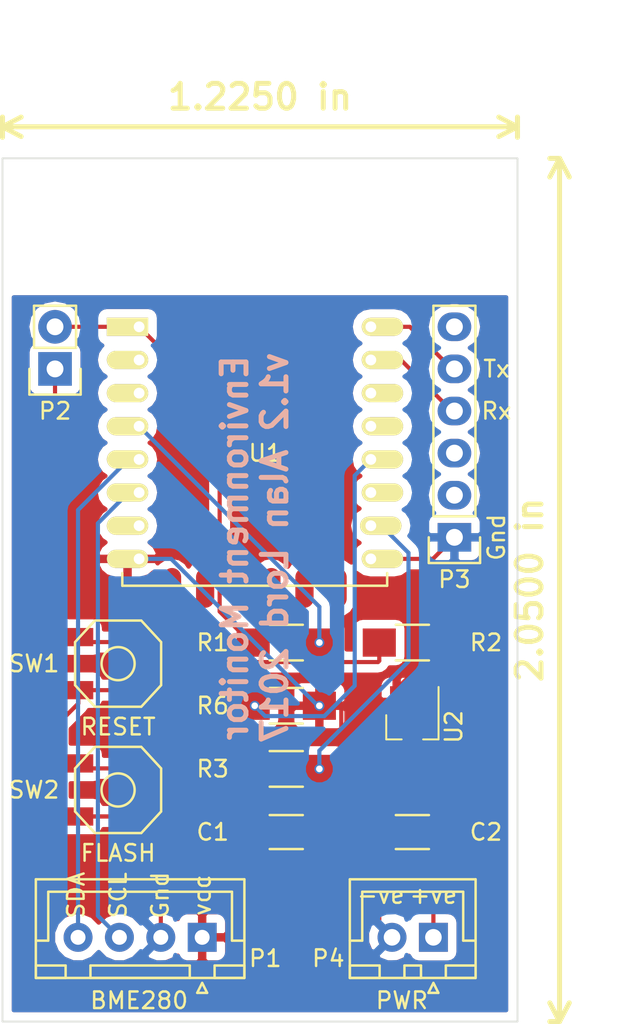
<source format=kicad_pcb>
(kicad_pcb (version 4) (host pcbnew 4.0.4+e1-6308~48~ubuntu16.04.1-stable)

  (general
    (links 32)
    (no_connects 0)
    (area 113.235714 64.61 157.63 125.780001)
    (thickness 1.6)
    (drawings 19)
    (tracks 98)
    (zones 0)
    (modules 16)
    (nets 28)
  )

  (page A4)
  (title_block
    (title "Environment Monitor")
    (date 2017-01-03)
    (rev v1.2)
    (company "Author: Alan Lord")
    (comment 1 "Contact: alanslists@gmail.com")
    (comment 2 "Released under Solderpad Hardware License version 0.51")
  )

  (layers
    (0 F.Cu signal)
    (31 B.Cu signal)
    (32 B.Adhes user)
    (33 F.Adhes user)
    (34 B.Paste user)
    (35 F.Paste user)
    (36 B.SilkS user)
    (37 F.SilkS user)
    (38 B.Mask user)
    (39 F.Mask user)
    (40 Dwgs.User user)
    (41 Cmts.User user)
    (42 Eco1.User user)
    (43 Eco2.User user)
    (44 Edge.Cuts user)
    (45 Margin user)
    (46 B.CrtYd user)
    (47 F.CrtYd user)
    (48 B.Fab user)
    (49 F.Fab user)
  )

  (setup
    (last_trace_width 0.25)
    (trace_clearance 0.2)
    (zone_clearance 0.508)
    (zone_45_only yes)
    (trace_min 0.2)
    (segment_width 0.2)
    (edge_width 0.1)
    (via_size 0.6)
    (via_drill 0.4)
    (via_min_size 0.4)
    (via_min_drill 0.3)
    (uvia_size 0.3)
    (uvia_drill 0.1)
    (uvias_allowed no)
    (uvia_min_size 0.2)
    (uvia_min_drill 0.1)
    (pcb_text_width 0.3)
    (pcb_text_size 1.5 1.5)
    (mod_edge_width 0.15)
    (mod_text_size 1 1)
    (mod_text_width 0.15)
    (pad_size 5 5)
    (pad_drill 3.2)
    (pad_to_mask_clearance 0)
    (aux_axis_origin 195.58 96.52)
    (visible_elements FFFFFF7F)
    (pcbplotparams
      (layerselection 0x00030_80000001)
      (usegerberextensions false)
      (excludeedgelayer true)
      (linewidth 0.100000)
      (plotframeref false)
      (viasonmask false)
      (mode 1)
      (useauxorigin false)
      (hpglpennumber 1)
      (hpglpenspeed 20)
      (hpglpendiameter 15)
      (hpglpenoverlay 2)
      (psnegative false)
      (psa4output false)
      (plotreference true)
      (plotvalue true)
      (plotinvisibletext false)
      (padsonsilk false)
      (subtractmaskfromsilk false)
      (outputformat 1)
      (mirror false)
      (drillshape 1)
      (scaleselection 1)
      (outputdirectory ""))
  )

  (net 0 "")
  (net 1 VCC)
  (net 2 GND)
  (net 3 "Net-(C2-Pad1)")
  (net 4 /SCL)
  (net 5 /SDA)
  (net 6 "Net-(P2-Pad1)")
  (net 7 "Net-(P2-Pad2)")
  (net 8 "Net-(P3-Pad2)")
  (net 9 "Net-(P3-Pad3)")
  (net 10 /RXD)
  (net 11 /TXD)
  (net 12 "Net-(P3-Pad6)")
  (net 13 "Net-(R1-Pad2)")
  (net 14 "Net-(R3-Pad1)")
  (net 15 /FLASH)
  (net 16 "Net-(U1-Pad2)")
  (net 17 "Net-(U1-Pad3)")
  (net 18 "Net-(U1-Pad7)")
  (net 19 "Net-(U1-Pad9)")
  (net 20 "Net-(U1-Pad10)")
  (net 21 "Net-(U1-Pad11)")
  (net 22 "Net-(U1-Pad12)")
  (net 23 "Net-(U1-Pad13)")
  (net 24 "Net-(U1-Pad14)")
  (net 25 "Net-(U1-Pad20)")
  (net 26 "Net-(U1-Pad17)")
  (net 27 "Net-(U1-Pad19)")

  (net_class Default "This is the default net class."
    (clearance 0.2)
    (trace_width 0.25)
    (via_dia 0.6)
    (via_drill 0.4)
    (uvia_dia 0.3)
    (uvia_drill 0.1)
    (add_net /FLASH)
    (add_net /RXD)
    (add_net /SCL)
    (add_net /SDA)
    (add_net /TXD)
    (add_net GND)
    (add_net "Net-(C2-Pad1)")
    (add_net "Net-(P2-Pad1)")
    (add_net "Net-(P2-Pad2)")
    (add_net "Net-(P3-Pad2)")
    (add_net "Net-(P3-Pad3)")
    (add_net "Net-(P3-Pad6)")
    (add_net "Net-(R1-Pad2)")
    (add_net "Net-(R3-Pad1)")
    (add_net "Net-(U1-Pad10)")
    (add_net "Net-(U1-Pad11)")
    (add_net "Net-(U1-Pad12)")
    (add_net "Net-(U1-Pad13)")
    (add_net "Net-(U1-Pad14)")
    (add_net "Net-(U1-Pad17)")
    (add_net "Net-(U1-Pad19)")
    (add_net "Net-(U1-Pad2)")
    (add_net "Net-(U1-Pad20)")
    (add_net "Net-(U1-Pad3)")
    (add_net "Net-(U1-Pad7)")
    (add_net "Net-(U1-Pad9)")
    (add_net VCC)
  )

  (module switches:SKQGAFE010_Switch (layer F.Cu) (tedit 586A9606) (tstamp 584BF881)
    (at 124.46 104.14 180)
    (descr "SKQGAFE010 SMD Mount Tactile Switch")
    (path /584BD18E)
    (attr smd)
    (fp_text reference SW1 (at 5.08 0 180) (layer F.SilkS)
      (effects (font (size 1 1) (thickness 0.15)))
    )
    (fp_text value RESET (at 0 -3.81 180) (layer F.SilkS)
      (effects (font (size 1 1) (thickness 0.15)))
    )
    (fp_line (start -2.6 1.3) (end -1.4 2.6) (layer F.SilkS) (width 0.15))
    (fp_line (start 1.4 -2.6) (end 2.6 -1.3) (layer F.SilkS) (width 0.15))
    (fp_line (start 2.6 1.3) (end 1.4 2.6) (layer F.SilkS) (width 0.15))
    (fp_line (start -1.4 -2.6) (end -2.6 -1.3) (layer F.SilkS) (width 0.15))
    (fp_line (start -2.6 1.3) (end -2.6 -1.3) (layer F.SilkS) (width 0.15))
    (fp_line (start 2.6 1.3) (end 2.6 -1.3) (layer F.SilkS) (width 0.15))
    (fp_line (start 1.4 -2.6) (end -1.4 -2.6) (layer F.SilkS) (width 0.15))
    (fp_line (start 1.4 2.6) (end -1.4 2.6) (layer F.SilkS) (width 0.15))
    (fp_circle (center 0 0) (end 1 0) (layer F.SilkS) (width 0.15))
    (pad 3 smd rect (at -2.4 1.6 180) (size 1.8 1.1) (layers F.Cu F.Paste F.Mask)
      (net 6 "Net-(P2-Pad1)"))
    (pad 1 smd rect (at -2.4 -1.6 180) (size 1.8 1.1) (layers F.Cu F.Paste F.Mask)
      (net 2 GND))
    (pad 2 smd rect (at 2.4 -1.6 180) (size 1.8 1.1) (layers F.Cu F.Paste F.Mask)
      (net 2 GND))
    (pad 4 smd rect (at 2.4 1.6 180) (size 1.8 1.1) (layers F.Cu F.Paste F.Mask)
      (net 6 "Net-(P2-Pad1)"))
  )

  (module switches:SKQGAFE010_Switch (layer F.Cu) (tedit 586A95FD) (tstamp 584BF891)
    (at 124.46 111.76)
    (descr "SKQGAFE010 SMD Mount Tactile Switch")
    (path /584BE1E9)
    (attr smd)
    (fp_text reference SW2 (at -5.08 0) (layer F.SilkS)
      (effects (font (size 1 1) (thickness 0.15)))
    )
    (fp_text value FLASH (at 0 3.81) (layer F.SilkS)
      (effects (font (size 1 1) (thickness 0.15)))
    )
    (fp_line (start -2.6 1.3) (end -1.4 2.6) (layer F.SilkS) (width 0.15))
    (fp_line (start 1.4 -2.6) (end 2.6 -1.3) (layer F.SilkS) (width 0.15))
    (fp_line (start 2.6 1.3) (end 1.4 2.6) (layer F.SilkS) (width 0.15))
    (fp_line (start -1.4 -2.6) (end -2.6 -1.3) (layer F.SilkS) (width 0.15))
    (fp_line (start -2.6 1.3) (end -2.6 -1.3) (layer F.SilkS) (width 0.15))
    (fp_line (start 2.6 1.3) (end 2.6 -1.3) (layer F.SilkS) (width 0.15))
    (fp_line (start 1.4 -2.6) (end -1.4 -2.6) (layer F.SilkS) (width 0.15))
    (fp_line (start 1.4 2.6) (end -1.4 2.6) (layer F.SilkS) (width 0.15))
    (fp_circle (center 0 0) (end 1 0) (layer F.SilkS) (width 0.15))
    (pad 3 smd rect (at -2.4 1.6) (size 1.8 1.1) (layers F.Cu F.Paste F.Mask)
      (net 2 GND))
    (pad 1 smd rect (at -2.4 -1.6) (size 1.8 1.1) (layers F.Cu F.Paste F.Mask)
      (net 15 /FLASH))
    (pad 2 smd rect (at 2.4 -1.6) (size 1.8 1.1) (layers F.Cu F.Paste F.Mask)
      (net 15 /FLASH))
    (pad 4 smd rect (at 2.4 1.6) (size 1.8 1.1) (layers F.Cu F.Paste F.Mask)
      (net 2 GND))
  )

  (module Connectors_JST:JST_XH_B04B-XH-A_04x2.50mm_Straight (layer F.Cu) (tedit 584BF79B) (tstamp 5848543D)
    (at 129.54 120.65 180)
    (descr "JST XH series connector, B04B-XH-A, top entry type, through hole")
    (tags "connector jst xh tht top vertical 2.50mm")
    (path /5847C360)
    (fp_text reference P1 (at -3.81 -1.27 180) (layer F.SilkS)
      (effects (font (size 1 1) (thickness 0.15)))
    )
    (fp_text value BME280 (at 3.81 -3.81 180) (layer F.Fab) hide
      (effects (font (size 1 1) (thickness 0.15)))
    )
    (fp_line (start -2.95 -2.85) (end -2.95 3.9) (layer F.CrtYd) (width 0.05))
    (fp_line (start -2.95 3.9) (end 10.4 3.9) (layer F.CrtYd) (width 0.05))
    (fp_line (start 10.4 3.9) (end 10.4 -2.85) (layer F.CrtYd) (width 0.05))
    (fp_line (start 10.4 -2.85) (end -2.95 -2.85) (layer F.CrtYd) (width 0.05))
    (fp_line (start -2.55 -2.45) (end -2.55 3.5) (layer F.SilkS) (width 0.15))
    (fp_line (start -2.55 3.5) (end 10.05 3.5) (layer F.SilkS) (width 0.15))
    (fp_line (start 10.05 3.5) (end 10.05 -2.45) (layer F.SilkS) (width 0.15))
    (fp_line (start 10.05 -2.45) (end -2.55 -2.45) (layer F.SilkS) (width 0.15))
    (fp_line (start 0.75 -2.45) (end 0.75 -1.7) (layer F.SilkS) (width 0.15))
    (fp_line (start 0.75 -1.7) (end 6.75 -1.7) (layer F.SilkS) (width 0.15))
    (fp_line (start 6.75 -1.7) (end 6.75 -2.45) (layer F.SilkS) (width 0.15))
    (fp_line (start 6.75 -2.45) (end 0.75 -2.45) (layer F.SilkS) (width 0.15))
    (fp_line (start -2.55 -2.45) (end -2.55 -1.7) (layer F.SilkS) (width 0.15))
    (fp_line (start -2.55 -1.7) (end -0.75 -1.7) (layer F.SilkS) (width 0.15))
    (fp_line (start -0.75 -1.7) (end -0.75 -2.45) (layer F.SilkS) (width 0.15))
    (fp_line (start -0.75 -2.45) (end -2.55 -2.45) (layer F.SilkS) (width 0.15))
    (fp_line (start 8.25 -2.45) (end 8.25 -1.7) (layer F.SilkS) (width 0.15))
    (fp_line (start 8.25 -1.7) (end 10.05 -1.7) (layer F.SilkS) (width 0.15))
    (fp_line (start 10.05 -1.7) (end 10.05 -2.45) (layer F.SilkS) (width 0.15))
    (fp_line (start 10.05 -2.45) (end 8.25 -2.45) (layer F.SilkS) (width 0.15))
    (fp_line (start -2.55 -0.2) (end -1.8 -0.2) (layer F.SilkS) (width 0.15))
    (fp_line (start -1.8 -0.2) (end -1.8 2.75) (layer F.SilkS) (width 0.15))
    (fp_line (start -1.8 2.75) (end 3.75 2.75) (layer F.SilkS) (width 0.15))
    (fp_line (start 10.05 -0.2) (end 9.3 -0.2) (layer F.SilkS) (width 0.15))
    (fp_line (start 9.3 -0.2) (end 9.3 2.75) (layer F.SilkS) (width 0.15))
    (fp_line (start 9.3 2.75) (end 3.75 2.75) (layer F.SilkS) (width 0.15))
    (fp_line (start 0 -2.75) (end -0.3 -3.35) (layer F.SilkS) (width 0.15))
    (fp_line (start -0.3 -3.35) (end 0.3 -3.35) (layer F.SilkS) (width 0.15))
    (fp_line (start 0.3 -3.35) (end 0 -2.75) (layer F.SilkS) (width 0.15))
    (pad 1 thru_hole rect (at 0 0 180) (size 1.75 1.75) (drill 0.9) (layers *.Cu *.Mask)
      (net 1 VCC))
    (pad 2 thru_hole circle (at 2.5 0 180) (size 1.75 1.75) (drill 0.9) (layers *.Cu *.Mask)
      (net 2 GND))
    (pad 3 thru_hole circle (at 5 0 180) (size 1.75 1.75) (drill 0.9) (layers *.Cu *.Mask)
      (net 4 /SCL))
    (pad 4 thru_hole circle (at 7.5 0 180) (size 1.75 1.75) (drill 0.9) (layers *.Cu *.Mask)
      (net 5 /SDA))
    (model Connectors_JST.3dshapes/JST_XH_B04B-XH-A_04x2.50mm_Straight.wrl
      (at (xyz 0 0 0))
      (scale (xyz 1 1 1))
      (rotate (xyz 0 0 0))
    )
  )

  (module Capacitors_SMD:C_1206_HandSoldering (layer F.Cu) (tedit 584BF742) (tstamp 5848542F)
    (at 134.62 114.3 180)
    (descr "Capacitor SMD 1206, hand soldering")
    (tags "capacitor 1206")
    (path /5846BBC9)
    (attr smd)
    (fp_text reference C1 (at 4.445 0 180) (layer F.SilkS)
      (effects (font (size 1 1) (thickness 0.15)))
    )
    (fp_text value 1uF (at 0 0 180) (layer F.Fab)
      (effects (font (size 1 1) (thickness 0.15)))
    )
    (fp_line (start -1.6 0.8) (end -1.6 -0.8) (layer F.Fab) (width 0.15))
    (fp_line (start 1.6 0.8) (end -1.6 0.8) (layer F.Fab) (width 0.15))
    (fp_line (start 1.6 -0.8) (end 1.6 0.8) (layer F.Fab) (width 0.15))
    (fp_line (start -1.6 -0.8) (end 1.6 -0.8) (layer F.Fab) (width 0.15))
    (fp_line (start -3.3 -1.15) (end 3.3 -1.15) (layer F.CrtYd) (width 0.05))
    (fp_line (start -3.3 1.15) (end 3.3 1.15) (layer F.CrtYd) (width 0.05))
    (fp_line (start -3.3 -1.15) (end -3.3 1.15) (layer F.CrtYd) (width 0.05))
    (fp_line (start 3.3 -1.15) (end 3.3 1.15) (layer F.CrtYd) (width 0.05))
    (fp_line (start 1 -1.025) (end -1 -1.025) (layer F.SilkS) (width 0.15))
    (fp_line (start -1 1.025) (end 1 1.025) (layer F.SilkS) (width 0.15))
    (pad 1 smd rect (at -2 0 180) (size 2 1.6) (layers F.Cu F.Paste F.Mask)
      (net 1 VCC))
    (pad 2 smd rect (at 2 0 180) (size 2 1.6) (layers F.Cu F.Paste F.Mask)
      (net 2 GND))
    (model Capacitors_SMD.3dshapes/C_1206_HandSoldering.wrl
      (at (xyz 0 0 0))
      (scale (xyz 1 1 1))
      (rotate (xyz 0 0 0))
    )
  )

  (module Capacitors_SMD:C_1206_HandSoldering (layer F.Cu) (tedit 584BF755) (tstamp 58485435)
    (at 142.24 114.3 180)
    (descr "Capacitor SMD 1206, hand soldering")
    (tags "capacitor 1206")
    (path /5846BB90)
    (attr smd)
    (fp_text reference C2 (at -4.445 0 180) (layer F.SilkS)
      (effects (font (size 1 1) (thickness 0.15)))
    )
    (fp_text value 10uF (at 0 0 180) (layer F.Fab)
      (effects (font (size 1 1) (thickness 0.15)))
    )
    (fp_line (start -1.6 0.8) (end -1.6 -0.8) (layer F.Fab) (width 0.15))
    (fp_line (start 1.6 0.8) (end -1.6 0.8) (layer F.Fab) (width 0.15))
    (fp_line (start 1.6 -0.8) (end 1.6 0.8) (layer F.Fab) (width 0.15))
    (fp_line (start -1.6 -0.8) (end 1.6 -0.8) (layer F.Fab) (width 0.15))
    (fp_line (start -3.3 -1.15) (end 3.3 -1.15) (layer F.CrtYd) (width 0.05))
    (fp_line (start -3.3 1.15) (end 3.3 1.15) (layer F.CrtYd) (width 0.05))
    (fp_line (start -3.3 -1.15) (end -3.3 1.15) (layer F.CrtYd) (width 0.05))
    (fp_line (start 3.3 -1.15) (end 3.3 1.15) (layer F.CrtYd) (width 0.05))
    (fp_line (start 1 -1.025) (end -1 -1.025) (layer F.SilkS) (width 0.15))
    (fp_line (start -1 1.025) (end 1 1.025) (layer F.SilkS) (width 0.15))
    (pad 1 smd rect (at -2 0 180) (size 2 1.6) (layers F.Cu F.Paste F.Mask)
      (net 3 "Net-(C2-Pad1)"))
    (pad 2 smd rect (at 2 0 180) (size 2 1.6) (layers F.Cu F.Paste F.Mask)
      (net 2 GND))
    (model Capacitors_SMD.3dshapes/C_1206_HandSoldering.wrl
      (at (xyz 0 0 0))
      (scale (xyz 1 1 1))
      (rotate (xyz 0 0 0))
    )
  )

  (module Pin_Headers:Pin_Header_Straight_1x02 (layer F.Cu) (tedit 584888F7) (tstamp 58485443)
    (at 120.65 86.36 180)
    (descr "Through hole pin header")
    (tags "pin header")
    (path /5846B825)
    (fp_text reference P2 (at 0 -2.54 180) (layer F.SilkS)
      (effects (font (size 1 1) (thickness 0.15)))
    )
    (fp_text value HEADER (at 0 -3.1 180) (layer F.Fab) hide
      (effects (font (size 1 1) (thickness 0.15)))
    )
    (fp_line (start 1.27 1.27) (end 1.27 3.81) (layer F.SilkS) (width 0.15))
    (fp_line (start 1.55 -1.55) (end 1.55 0) (layer F.SilkS) (width 0.15))
    (fp_line (start -1.75 -1.75) (end -1.75 4.3) (layer F.CrtYd) (width 0.05))
    (fp_line (start 1.75 -1.75) (end 1.75 4.3) (layer F.CrtYd) (width 0.05))
    (fp_line (start -1.75 -1.75) (end 1.75 -1.75) (layer F.CrtYd) (width 0.05))
    (fp_line (start -1.75 4.3) (end 1.75 4.3) (layer F.CrtYd) (width 0.05))
    (fp_line (start 1.27 1.27) (end -1.27 1.27) (layer F.SilkS) (width 0.15))
    (fp_line (start -1.55 0) (end -1.55 -1.55) (layer F.SilkS) (width 0.15))
    (fp_line (start -1.55 -1.55) (end 1.55 -1.55) (layer F.SilkS) (width 0.15))
    (fp_line (start -1.27 1.27) (end -1.27 3.81) (layer F.SilkS) (width 0.15))
    (fp_line (start -1.27 3.81) (end 1.27 3.81) (layer F.SilkS) (width 0.15))
    (pad 1 thru_hole rect (at 0 0 180) (size 2.032 2.032) (drill 1.016) (layers *.Cu *.Mask)
      (net 6 "Net-(P2-Pad1)"))
    (pad 2 thru_hole oval (at 0 2.54 180) (size 2.032 2.032) (drill 1.016) (layers *.Cu *.Mask)
      (net 7 "Net-(P2-Pad2)"))
    (model Pin_Headers.3dshapes/Pin_Header_Straight_1x02.wrl
      (at (xyz 0 -0.05 0))
      (scale (xyz 1 1 1))
      (rotate (xyz 0 0 90))
    )
  )

  (module Pin_Headers:Pin_Header_Straight_1x06 (layer F.Cu) (tedit 584888E2) (tstamp 5848544D)
    (at 144.78 96.52 180)
    (descr "Through hole pin header")
    (tags "pin header")
    (path /58470DFE)
    (fp_text reference P3 (at 0 -2.54 180) (layer F.SilkS)
      (effects (font (size 1 1) (thickness 0.15)))
    )
    (fp_text value SERIAL (at 0 -3.1 180) (layer F.Fab) hide
      (effects (font (size 1 1) (thickness 0.15)))
    )
    (fp_line (start -1.75 -1.75) (end -1.75 14.45) (layer F.CrtYd) (width 0.05))
    (fp_line (start 1.75 -1.75) (end 1.75 14.45) (layer F.CrtYd) (width 0.05))
    (fp_line (start -1.75 -1.75) (end 1.75 -1.75) (layer F.CrtYd) (width 0.05))
    (fp_line (start -1.75 14.45) (end 1.75 14.45) (layer F.CrtYd) (width 0.05))
    (fp_line (start 1.27 1.27) (end 1.27 13.97) (layer F.SilkS) (width 0.15))
    (fp_line (start 1.27 13.97) (end -1.27 13.97) (layer F.SilkS) (width 0.15))
    (fp_line (start -1.27 13.97) (end -1.27 1.27) (layer F.SilkS) (width 0.15))
    (fp_line (start 1.55 -1.55) (end 1.55 0) (layer F.SilkS) (width 0.15))
    (fp_line (start 1.27 1.27) (end -1.27 1.27) (layer F.SilkS) (width 0.15))
    (fp_line (start -1.55 0) (end -1.55 -1.55) (layer F.SilkS) (width 0.15))
    (fp_line (start -1.55 -1.55) (end 1.55 -1.55) (layer F.SilkS) (width 0.15))
    (pad 1 thru_hole rect (at 0 0 180) (size 2.032 1.7272) (drill 1.016) (layers *.Cu *.Mask)
      (net 2 GND))
    (pad 2 thru_hole oval (at 0 2.54 180) (size 2.032 1.7272) (drill 1.016) (layers *.Cu *.Mask)
      (net 8 "Net-(P3-Pad2)"))
    (pad 3 thru_hole oval (at 0 5.08 180) (size 2.032 1.7272) (drill 1.016) (layers *.Cu *.Mask)
      (net 9 "Net-(P3-Pad3)"))
    (pad 4 thru_hole oval (at 0 7.62 180) (size 2.032 1.7272) (drill 1.016) (layers *.Cu *.Mask)
      (net 10 /RXD))
    (pad 5 thru_hole oval (at 0 10.16 180) (size 2.032 1.7272) (drill 1.016) (layers *.Cu *.Mask)
      (net 11 /TXD))
    (pad 6 thru_hole oval (at 0 12.7 180) (size 2.032 1.7272) (drill 1.016) (layers *.Cu *.Mask)
      (net 12 "Net-(P3-Pad6)"))
    (model Pin_Headers.3dshapes/Pin_Header_Straight_1x06.wrl
      (at (xyz 0 -0.25 0))
      (scale (xyz 1 1 1))
      (rotate (xyz 0 0 90))
    )
  )

  (module Connectors_JST:JST_XH_B02B-XH-A_02x2.50mm_Straight (layer F.Cu) (tedit 584BF7A9) (tstamp 58485453)
    (at 143.51 120.65 180)
    (descr "JST XH series connector, B02B-XH-A, top entry type, through hole")
    (tags "connector jst xh tht top vertical 2.50mm")
    (path /58475CBA)
    (fp_text reference P4 (at 6.35 -1.27 180) (layer F.SilkS)
      (effects (font (size 1 1) (thickness 0.15)))
    )
    (fp_text value PWR (at 1.27 -3.81 180) (layer F.Fab) hide
      (effects (font (size 1 1) (thickness 0.15)))
    )
    (fp_line (start -2.95 -2.85) (end -2.95 3.9) (layer F.CrtYd) (width 0.05))
    (fp_line (start -2.95 3.9) (end 5.45 3.9) (layer F.CrtYd) (width 0.05))
    (fp_line (start 5.45 3.9) (end 5.45 -2.85) (layer F.CrtYd) (width 0.05))
    (fp_line (start 5.45 -2.85) (end -2.95 -2.85) (layer F.CrtYd) (width 0.05))
    (fp_line (start -2.55 -2.45) (end -2.55 3.5) (layer F.SilkS) (width 0.15))
    (fp_line (start -2.55 3.5) (end 5.05 3.5) (layer F.SilkS) (width 0.15))
    (fp_line (start 5.05 3.5) (end 5.05 -2.45) (layer F.SilkS) (width 0.15))
    (fp_line (start 5.05 -2.45) (end -2.55 -2.45) (layer F.SilkS) (width 0.15))
    (fp_line (start 0.75 -2.45) (end 0.75 -1.7) (layer F.SilkS) (width 0.15))
    (fp_line (start 0.75 -1.7) (end 1.75 -1.7) (layer F.SilkS) (width 0.15))
    (fp_line (start 1.75 -1.7) (end 1.75 -2.45) (layer F.SilkS) (width 0.15))
    (fp_line (start 1.75 -2.45) (end 0.75 -2.45) (layer F.SilkS) (width 0.15))
    (fp_line (start -2.55 -2.45) (end -2.55 -1.7) (layer F.SilkS) (width 0.15))
    (fp_line (start -2.55 -1.7) (end -0.75 -1.7) (layer F.SilkS) (width 0.15))
    (fp_line (start -0.75 -1.7) (end -0.75 -2.45) (layer F.SilkS) (width 0.15))
    (fp_line (start -0.75 -2.45) (end -2.55 -2.45) (layer F.SilkS) (width 0.15))
    (fp_line (start 3.25 -2.45) (end 3.25 -1.7) (layer F.SilkS) (width 0.15))
    (fp_line (start 3.25 -1.7) (end 5.05 -1.7) (layer F.SilkS) (width 0.15))
    (fp_line (start 5.05 -1.7) (end 5.05 -2.45) (layer F.SilkS) (width 0.15))
    (fp_line (start 5.05 -2.45) (end 3.25 -2.45) (layer F.SilkS) (width 0.15))
    (fp_line (start -2.55 -0.2) (end -1.8 -0.2) (layer F.SilkS) (width 0.15))
    (fp_line (start -1.8 -0.2) (end -1.8 2.75) (layer F.SilkS) (width 0.15))
    (fp_line (start -1.8 2.75) (end 1.25 2.75) (layer F.SilkS) (width 0.15))
    (fp_line (start 5.05 -0.2) (end 4.3 -0.2) (layer F.SilkS) (width 0.15))
    (fp_line (start 4.3 -0.2) (end 4.3 2.75) (layer F.SilkS) (width 0.15))
    (fp_line (start 4.3 2.75) (end 1.25 2.75) (layer F.SilkS) (width 0.15))
    (fp_line (start 0 -2.75) (end -0.3 -3.35) (layer F.SilkS) (width 0.15))
    (fp_line (start -0.3 -3.35) (end 0.3 -3.35) (layer F.SilkS) (width 0.15))
    (fp_line (start 0.3 -3.35) (end 0 -2.75) (layer F.SilkS) (width 0.15))
    (pad 1 thru_hole rect (at 0 0 180) (size 1.75 1.75) (drill 1) (layers *.Cu *.Mask)
      (net 3 "Net-(C2-Pad1)"))
    (pad 2 thru_hole circle (at 2.5 0 180) (size 1.75 1.75) (drill 1) (layers *.Cu *.Mask)
      (net 2 GND))
    (model Connectors_JST.3dshapes/JST_XH_B02B-XH-A_02x2.50mm_Straight.wrl
      (at (xyz 0 0 0))
      (scale (xyz 1 1 1))
      (rotate (xyz 0 0 0))
    )
  )

  (module Resistors_SMD:R_1206_HandSoldering (layer F.Cu) (tedit 584BF74C) (tstamp 58485459)
    (at 134.62 102.87)
    (descr "Resistor SMD 1206, hand soldering")
    (tags "resistor 1206")
    (path /584754DA)
    (attr smd)
    (fp_text reference R1 (at -4.445 0) (layer F.SilkS)
      (effects (font (size 1 1) (thickness 0.15)))
    )
    (fp_text value 10R (at 0 0) (layer F.Fab)
      (effects (font (size 1 1) (thickness 0.15)))
    )
    (fp_line (start -1.6 0.8) (end -1.6 -0.8) (layer F.Fab) (width 0.1))
    (fp_line (start 1.6 0.8) (end -1.6 0.8) (layer F.Fab) (width 0.1))
    (fp_line (start 1.6 -0.8) (end 1.6 0.8) (layer F.Fab) (width 0.1))
    (fp_line (start -1.6 -0.8) (end 1.6 -0.8) (layer F.Fab) (width 0.1))
    (fp_line (start -3.3 -1.2) (end 3.3 -1.2) (layer F.CrtYd) (width 0.05))
    (fp_line (start -3.3 1.2) (end 3.3 1.2) (layer F.CrtYd) (width 0.05))
    (fp_line (start -3.3 -1.2) (end -3.3 1.2) (layer F.CrtYd) (width 0.05))
    (fp_line (start 3.3 -1.2) (end 3.3 1.2) (layer F.CrtYd) (width 0.05))
    (fp_line (start 1 1.075) (end -1 1.075) (layer F.SilkS) (width 0.15))
    (fp_line (start -1 -1.075) (end 1 -1.075) (layer F.SilkS) (width 0.15))
    (pad 1 smd rect (at -2 0) (size 2 1.7) (layers F.Cu F.Paste F.Mask)
      (net 7 "Net-(P2-Pad2)"))
    (pad 2 smd rect (at 2 0) (size 2 1.7) (layers F.Cu F.Paste F.Mask)
      (net 13 "Net-(R1-Pad2)"))
    (model Resistors_SMD.3dshapes/R_1206_HandSoldering.wrl
      (at (xyz 0 0 0))
      (scale (xyz 1 1 1))
      (rotate (xyz 0 0 0))
    )
  )

  (module Resistors_SMD:R_1206_HandSoldering (layer F.Cu) (tedit 584BF763) (tstamp 5848545F)
    (at 142.24 102.87 180)
    (descr "Resistor SMD 1206, hand soldering")
    (tags "resistor 1206")
    (path /5846BA46)
    (attr smd)
    (fp_text reference R2 (at -4.445 0 180) (layer F.SilkS)
      (effects (font (size 1 1) (thickness 0.15)))
    )
    (fp_text value 10k (at 0 0 180) (layer F.Fab)
      (effects (font (size 1 1) (thickness 0.15)))
    )
    (fp_line (start -1.6 0.8) (end -1.6 -0.8) (layer F.Fab) (width 0.1))
    (fp_line (start 1.6 0.8) (end -1.6 0.8) (layer F.Fab) (width 0.1))
    (fp_line (start 1.6 -0.8) (end 1.6 0.8) (layer F.Fab) (width 0.1))
    (fp_line (start -1.6 -0.8) (end 1.6 -0.8) (layer F.Fab) (width 0.1))
    (fp_line (start -3.3 -1.2) (end 3.3 -1.2) (layer F.CrtYd) (width 0.05))
    (fp_line (start -3.3 1.2) (end 3.3 1.2) (layer F.CrtYd) (width 0.05))
    (fp_line (start -3.3 -1.2) (end -3.3 1.2) (layer F.CrtYd) (width 0.05))
    (fp_line (start 3.3 -1.2) (end 3.3 1.2) (layer F.CrtYd) (width 0.05))
    (fp_line (start 1 1.075) (end -1 1.075) (layer F.SilkS) (width 0.15))
    (fp_line (start -1 -1.075) (end 1 -1.075) (layer F.SilkS) (width 0.15))
    (pad 1 smd rect (at -2 0 180) (size 2 1.7) (layers F.Cu F.Paste F.Mask)
      (net 1 VCC))
    (pad 2 smd rect (at 2 0 180) (size 2 1.7) (layers F.Cu F.Paste F.Mask)
      (net 6 "Net-(P2-Pad1)"))
    (model Resistors_SMD.3dshapes/R_1206_HandSoldering.wrl
      (at (xyz 0 0 0))
      (scale (xyz 1 1 1))
      (rotate (xyz 0 0 0))
    )
  )

  (module Resistors_SMD:R_1206_HandSoldering (layer F.Cu) (tedit 584BF744) (tstamp 58485465)
    (at 134.62 110.49 180)
    (descr "Resistor SMD 1206, hand soldering")
    (tags "resistor 1206")
    (path /5846BB35)
    (attr smd)
    (fp_text reference R3 (at 4.445 0 180) (layer F.SilkS)
      (effects (font (size 1 1) (thickness 0.15)))
    )
    (fp_text value 10k (at 0 0 180) (layer F.Fab)
      (effects (font (size 1 1) (thickness 0.15)))
    )
    (fp_line (start -1.6 0.8) (end -1.6 -0.8) (layer F.Fab) (width 0.1))
    (fp_line (start 1.6 0.8) (end -1.6 0.8) (layer F.Fab) (width 0.1))
    (fp_line (start 1.6 -0.8) (end 1.6 0.8) (layer F.Fab) (width 0.1))
    (fp_line (start -1.6 -0.8) (end 1.6 -0.8) (layer F.Fab) (width 0.1))
    (fp_line (start -3.3 -1.2) (end 3.3 -1.2) (layer F.CrtYd) (width 0.05))
    (fp_line (start -3.3 1.2) (end 3.3 1.2) (layer F.CrtYd) (width 0.05))
    (fp_line (start -3.3 -1.2) (end -3.3 1.2) (layer F.CrtYd) (width 0.05))
    (fp_line (start 3.3 -1.2) (end 3.3 1.2) (layer F.CrtYd) (width 0.05))
    (fp_line (start 1 1.075) (end -1 1.075) (layer F.SilkS) (width 0.15))
    (fp_line (start -1 -1.075) (end 1 -1.075) (layer F.SilkS) (width 0.15))
    (pad 1 smd rect (at -2 0 180) (size 2 1.7) (layers F.Cu F.Paste F.Mask)
      (net 14 "Net-(R3-Pad1)"))
    (pad 2 smd rect (at 2 0 180) (size 2 1.7) (layers F.Cu F.Paste F.Mask)
      (net 2 GND))
    (model Resistors_SMD.3dshapes/R_1206_HandSoldering.wrl
      (at (xyz 0 0 0))
      (scale (xyz 1 1 1))
      (rotate (xyz 0 0 0))
    )
  )

  (module Resistors_SMD:R_1206_HandSoldering (layer F.Cu) (tedit 584BF746) (tstamp 5848546B)
    (at 134.62 106.68 180)
    (descr "Resistor SMD 1206, hand soldering")
    (tags "resistor 1206")
    (path /5846BADA)
    (attr smd)
    (fp_text reference R6 (at 4.445 0 180) (layer F.SilkS)
      (effects (font (size 1 1) (thickness 0.15)))
    )
    (fp_text value 10k (at 0 0 180) (layer F.Fab)
      (effects (font (size 1 1) (thickness 0.15)))
    )
    (fp_line (start -1.6 0.8) (end -1.6 -0.8) (layer F.Fab) (width 0.1))
    (fp_line (start 1.6 0.8) (end -1.6 0.8) (layer F.Fab) (width 0.1))
    (fp_line (start 1.6 -0.8) (end 1.6 0.8) (layer F.Fab) (width 0.1))
    (fp_line (start -1.6 -0.8) (end 1.6 -0.8) (layer F.Fab) (width 0.1))
    (fp_line (start -3.3 -1.2) (end 3.3 -1.2) (layer F.CrtYd) (width 0.05))
    (fp_line (start -3.3 1.2) (end 3.3 1.2) (layer F.CrtYd) (width 0.05))
    (fp_line (start -3.3 -1.2) (end -3.3 1.2) (layer F.CrtYd) (width 0.05))
    (fp_line (start 3.3 -1.2) (end 3.3 1.2) (layer F.CrtYd) (width 0.05))
    (fp_line (start 1 1.075) (end -1 1.075) (layer F.SilkS) (width 0.15))
    (fp_line (start -1 -1.075) (end 1 -1.075) (layer F.SilkS) (width 0.15))
    (pad 1 smd rect (at -2 0 180) (size 2 1.7) (layers F.Cu F.Paste F.Mask)
      (net 1 VCC))
    (pad 2 smd rect (at 2 0 180) (size 2 1.7) (layers F.Cu F.Paste F.Mask)
      (net 15 /FLASH))
    (model Resistors_SMD.3dshapes/R_1206_HandSoldering.wrl
      (at (xyz 0 0 0))
      (scale (xyz 1 1 1))
      (rotate (xyz 0 0 0))
    )
  )

  (module ESP8266:ESP-12E (layer F.Cu) (tedit 58487A06) (tstamp 58485495)
    (at 125.73 83.82)
    (descr "Module, ESP-8266, ESP-12, 16 pad, SMD")
    (tags "Module ESP-8266 ESP8266")
    (path /5846AA2E)
    (fp_text reference U1 (at 7.62 7.62) (layer F.SilkS)
      (effects (font (size 1 1) (thickness 0.15)))
    )
    (fp_text value ESP-12E (at 8 1) (layer F.Fab)
      (effects (font (size 1 1) (thickness 0.15)))
    )
    (fp_line (start -2.25 -0.5) (end -2.25 -8.75) (layer F.CrtYd) (width 0.05))
    (fp_line (start -2.25 -8.75) (end 15.25 -8.75) (layer F.CrtYd) (width 0.05))
    (fp_line (start 15.25 -8.75) (end 16.25 -8.75) (layer F.CrtYd) (width 0.05))
    (fp_line (start 16.25 -8.75) (end 16.25 16) (layer F.CrtYd) (width 0.05))
    (fp_line (start 16.25 16) (end -2.25 16) (layer F.CrtYd) (width 0.05))
    (fp_line (start -2.25 16) (end -2.25 -0.5) (layer F.CrtYd) (width 0.05))
    (fp_line (start -1.016 -8.382) (end 14.986 -8.382) (layer F.CrtYd) (width 0.1524))
    (fp_line (start 14.986 -8.382) (end 14.986 -0.889) (layer F.CrtYd) (width 0.1524))
    (fp_line (start -1.016 -8.382) (end -1.016 -1.016) (layer F.CrtYd) (width 0.1524))
    (fp_line (start -1.016 14.859) (end -1.016 15.621) (layer F.SilkS) (width 0.1524))
    (fp_line (start -1.016 15.621) (end 14.986 15.621) (layer F.SilkS) (width 0.1524))
    (fp_line (start 14.986 15.621) (end 14.986 14.859) (layer F.SilkS) (width 0.1524))
    (fp_line (start 14.992 -8.4) (end -1.008 -2.6) (layer F.CrtYd) (width 0.1524))
    (fp_line (start -1.008 -8.4) (end 14.992 -2.6) (layer F.CrtYd) (width 0.1524))
    (fp_text user "No Copper" (at 6.892 -5.4) (layer F.CrtYd)
      (effects (font (size 1 1) (thickness 0.15)))
    )
    (fp_line (start -1.008 -2.6) (end 14.992 -2.6) (layer F.CrtYd) (width 0.1524))
    (fp_line (start 15 -8.4) (end 15 15.6) (layer F.Fab) (width 0.05))
    (fp_line (start 14.992 15.6) (end -1.008 15.6) (layer F.Fab) (width 0.05))
    (fp_line (start -1.008 15.6) (end -1.008 -8.4) (layer F.Fab) (width 0.05))
    (fp_line (start -1.008 -8.4) (end 14.992 -8.4) (layer F.Fab) (width 0.05))
    (pad 1 thru_hole rect (at 0 0) (size 2.5 1.1) (drill 0.65 (offset -0.7 0)) (layers *.Cu *.Mask F.SilkS)
      (net 7 "Net-(P2-Pad2)"))
    (pad 2 thru_hole oval (at 0 2) (size 2.5 1.1) (drill 0.65 (offset -0.7 0)) (layers *.Cu *.Mask F.SilkS)
      (net 16 "Net-(U1-Pad2)"))
    (pad 3 thru_hole oval (at 0 4) (size 2.5 1.1) (drill 0.65 (offset -0.7 0)) (layers *.Cu *.Mask F.SilkS)
      (net 17 "Net-(U1-Pad3)"))
    (pad 4 thru_hole oval (at 0 6) (size 2.5 1.1) (drill 0.65 (offset -0.7 0)) (layers *.Cu *.Mask F.SilkS)
      (net 13 "Net-(R1-Pad2)"))
    (pad 5 thru_hole oval (at 0 8) (size 2.5 1.1) (drill 0.65 (offset -0.7 0)) (layers *.Cu *.Mask F.SilkS)
      (net 5 /SDA))
    (pad 6 thru_hole oval (at 0 10) (size 2.5 1.1) (drill 0.65 (offset -0.7 0)) (layers *.Cu *.Mask F.SilkS)
      (net 4 /SCL))
    (pad 7 thru_hole oval (at 0 12) (size 2.5 1.1) (drill 0.65 (offset -0.7 0)) (layers *.Cu *.Mask F.SilkS)
      (net 18 "Net-(U1-Pad7)"))
    (pad 8 thru_hole oval (at 0 14) (size 2.5 1.1) (drill 0.65 (offset -0.7 0)) (layers *.Cu *.Mask F.SilkS)
      (net 1 VCC))
    (pad 9 smd oval (at 1.99 15.75 90) (size 2.4 1.1) (layers F.Cu F.Paste F.Mask)
      (net 19 "Net-(U1-Pad9)"))
    (pad 10 smd oval (at 3.99 15.75 90) (size 2.4 1.1) (layers F.Cu F.Paste F.Mask)
      (net 20 "Net-(U1-Pad10)"))
    (pad 11 smd oval (at 5.99 15.75 90) (size 2.4 1.1) (layers F.Cu F.Paste F.Mask)
      (net 21 "Net-(U1-Pad11)"))
    (pad 12 smd oval (at 7.99 15.75 90) (size 2.4 1.1) (layers F.Cu F.Paste F.Mask)
      (net 22 "Net-(U1-Pad12)"))
    (pad 13 smd oval (at 9.99 15.75 90) (size 2.4 1.1) (layers F.Cu F.Paste F.Mask)
      (net 23 "Net-(U1-Pad13)"))
    (pad 14 smd oval (at 11.99 15.75 90) (size 2.4 1.1) (layers F.Cu F.Paste F.Mask)
      (net 24 "Net-(U1-Pad14)"))
    (pad 15 thru_hole oval (at 14 14) (size 2.5 1.1) (drill 0.65 (offset 0.7 0)) (layers *.Cu *.Mask F.SilkS)
      (net 2 GND))
    (pad 16 thru_hole oval (at 14 12) (size 2.5 1.1) (drill 0.65 (offset 0.6 0)) (layers *.Cu *.Mask F.SilkS)
      (net 14 "Net-(R3-Pad1)"))
    (pad 17 thru_hole oval (at 14 10) (size 2.5 1.1) (drill 0.65 (offset 0.7 0)) (layers *.Cu *.Mask F.SilkS)
      (net 26 "Net-(U1-Pad17)"))
    (pad 18 thru_hole oval (at 14 8) (size 2.5 1.1) (drill 0.65 (offset 0.7 0)) (layers *.Cu *.Mask F.SilkS)
      (net 15 /FLASH))
    (pad 19 thru_hole oval (at 14 6) (size 2.5 1.1) (drill 0.65 (offset 0.7 0)) (layers *.Cu *.Mask F.SilkS)
      (net 27 "Net-(U1-Pad19)"))
    (pad 20 thru_hole oval (at 14 4) (size 2.5 1.1) (drill 0.65 (offset 0.7 0)) (layers *.Cu *.Mask F.SilkS)
      (net 25 "Net-(U1-Pad20)"))
    (pad 21 thru_hole oval (at 14 2) (size 2.5 1.1) (drill 0.65 (offset 0.7 0)) (layers *.Cu *.Mask F.SilkS)
      (net 10 /RXD))
    (pad 22 thru_hole oval (at 14 0) (size 2.5 1.1) (drill 0.65 (offset 0.7 0)) (layers *.Cu *.Mask F.SilkS)
      (net 11 /TXD))
    (model ${ESPLIB}/ESP8266.3dshapes/ESP-12.wrl
      (at (xyz 0.04 0 0))
      (scale (xyz 0.3937 0.3937 0.3937))
      (rotate (xyz 0 0 0))
    )
  )

  (module TO_SOT_Packages_SMD:SOT-23_Handsoldering (layer F.Cu) (tedit 583F3954) (tstamp 5848549C)
    (at 142.24 107.95 270)
    (descr "SOT-23, Handsoldering")
    (tags SOT-23)
    (path /586AB742)
    (attr smd)
    (fp_text reference U2 (at 0 -2.5 270) (layer F.SilkS)
      (effects (font (size 1 1) (thickness 0.15)))
    )
    (fp_text value MCP1700T-3302E/TT (at 0 2.5 270) (layer F.Fab)
      (effects (font (size 1 1) (thickness 0.15)))
    )
    (fp_line (start 0.76 1.58) (end 0.76 0.65) (layer F.SilkS) (width 0.12))
    (fp_line (start 0.76 -1.58) (end 0.76 -0.65) (layer F.SilkS) (width 0.12))
    (fp_line (start 0.7 -1.52) (end 0.7 1.52) (layer F.Fab) (width 0.15))
    (fp_line (start -0.7 1.52) (end 0.7 1.52) (layer F.Fab) (width 0.15))
    (fp_line (start -2.7 -1.75) (end 2.7 -1.75) (layer F.CrtYd) (width 0.05))
    (fp_line (start 2.7 -1.75) (end 2.7 1.75) (layer F.CrtYd) (width 0.05))
    (fp_line (start 2.7 1.75) (end -2.7 1.75) (layer F.CrtYd) (width 0.05))
    (fp_line (start -2.7 1.75) (end -2.7 -1.75) (layer F.CrtYd) (width 0.05))
    (fp_line (start 0.76 -1.58) (end -2.4 -1.58) (layer F.SilkS) (width 0.12))
    (fp_line (start -0.7 -1.52) (end 0.7 -1.52) (layer F.Fab) (width 0.15))
    (fp_line (start -0.7 -1.52) (end -0.7 1.52) (layer F.Fab) (width 0.15))
    (fp_line (start 0.76 1.58) (end -0.7 1.58) (layer F.SilkS) (width 0.12))
    (pad 1 smd rect (at -1.5 -0.95 270) (size 1.9 0.8) (layers F.Cu F.Paste F.Mask)
      (net 2 GND))
    (pad 2 smd rect (at -1.5 0.95 270) (size 1.9 0.8) (layers F.Cu F.Paste F.Mask)
      (net 1 VCC))
    (pad 3 smd rect (at 1.5 0 270) (size 1.9 0.8) (layers F.Cu F.Paste F.Mask)
      (net 3 "Net-(C2-Pad1)"))
    (model TO_SOT_Packages_SMD.3dshapes/SOT-23.wrl
      (at (xyz 0 0 0))
      (scale (xyz 1 1 1))
      (rotate (xyz 0 0 90))
    )
  )

  (module Mounting_Holes:MountingHole_3mm (layer F.Cu) (tedit 586C0310) (tstamp 58773389)
    (at 144.78 78.105)
    (descr "Mounting Hole 3mm, no annular")
    (tags "mounting hole 3mm no annular")
    (fp_text reference "" (at 0 -4) (layer F.SilkS)
      (effects (font (size 1 1) (thickness 0.15)))
    )
    (fp_text value MountingHole_3mm (at 0 4) (layer F.Fab) hide
      (effects (font (size 1 1) (thickness 0.15)))
    )
    (fp_circle (center 0 0) (end 3 0) (layer Cmts.User) (width 0.15))
    (fp_circle (center 0 0) (end 3.25 0) (layer F.CrtYd) (width 0.05))
    (pad 1 np_thru_hole circle (at 0 0) (size 3 3) (drill 3) (layers *.Cu *.Mask))
  )

  (module Mounting_Holes:MountingHole_3mm (layer F.Cu) (tedit 586C0307) (tstamp 58773390)
    (at 120.65 77.47)
    (descr "Mounting Hole 3mm, no annular")
    (tags "mounting hole 3mm no annular")
    (fp_text reference "" (at 0 -4) (layer F.SilkS)
      (effects (font (size 1 1) (thickness 0.15)))
    )
    (fp_text value MountingHole_3mm (at 0 4) (layer F.Fab) hide
      (effects (font (size 1 1) (thickness 0.15)))
    )
    (fp_circle (center 0 0) (end 3 0) (layer Cmts.User) (width 0.15))
    (fp_circle (center 0 0) (end 3.25 0) (layer F.CrtYd) (width 0.05))
    (pad 1 np_thru_hole circle (at 0 0) (size 3 3) (drill 3) (layers *.Cu *.Mask))
  )

  (dimension 24.13 (width 0.3) (layer F.Paste)
    (gr_text "24.130 mm" (at 132.715 65.96) (layer F.Paste)
      (effects (font (size 1.5 1.5) (thickness 0.3)))
    )
    (feature1 (pts (xy 144.78 77.47) (xy 144.78 64.61)))
    (feature2 (pts (xy 120.65 77.47) (xy 120.65 64.61)))
    (crossbar (pts (xy 120.65 67.31) (xy 144.78 67.31)))
    (arrow1a (pts (xy 144.78 67.31) (xy 143.653496 67.896421)))
    (arrow1b (pts (xy 144.78 67.31) (xy 143.653496 66.723579)))
    (arrow2a (pts (xy 120.65 67.31) (xy 121.776504 67.896421)))
    (arrow2b (pts (xy 120.65 67.31) (xy 121.776504 66.723579)))
  )
  (dimension 52.07 (width 0.3) (layer F.SilkS)
    (gr_text "52.070 mm" (at 151.13 99.695 270) (layer F.SilkS)
      (effects (font (size 1.5 1.5) (thickness 0.3)))
    )
    (feature1 (pts (xy 151.13 125.73) (xy 151.13 125.73)))
    (feature2 (pts (xy 151.13 73.66) (xy 151.13 73.66)))
    (crossbar (pts (xy 151.13 73.66) (xy 151.13 125.73)))
    (arrow1a (pts (xy 151.13 125.73) (xy 150.543579 124.603496)))
    (arrow1b (pts (xy 151.13 125.73) (xy 151.716421 124.603496)))
    (arrow2a (pts (xy 151.13 73.66) (xy 150.543579 74.786504)))
    (arrow2b (pts (xy 151.13 73.66) (xy 151.716421 74.786504)))
  )
  (dimension 31.115 (width 0.3) (layer F.SilkS)
    (gr_text "31.115 mm" (at 133.0325 70.405) (layer F.SilkS)
      (effects (font (size 1.5 1.5) (thickness 0.3)))
    )
    (feature1 (pts (xy 148.59 72.39) (xy 148.59 69.055)))
    (feature2 (pts (xy 117.475 72.39) (xy 117.475 69.055)))
    (crossbar (pts (xy 117.475 71.755) (xy 148.59 71.755)))
    (arrow1a (pts (xy 148.59 71.755) (xy 147.463496 72.341421)))
    (arrow1b (pts (xy 148.59 71.755) (xy 147.463496 71.168579)))
    (arrow2a (pts (xy 117.475 71.755) (xy 118.601504 72.341421)))
    (arrow2b (pts (xy 117.475 71.755) (xy 118.601504 71.168579)))
  )
  (gr_text "Environment Monitor\nv1.2 Alan Lord 2017" (at 132.715 97.155 90) (layer B.SilkS)
    (effects (font (size 1.5 1.5) (thickness 0.3)) (justify mirror))
  )
  (gr_line (start 117.475 125.73) (end 117.475 73.66) (angle 90) (layer Edge.Cuts) (width 0.1))
  (gr_line (start 148.59 125.73) (end 117.475 125.73) (angle 90) (layer Edge.Cuts) (width 0.1))
  (gr_line (start 148.59 73.66) (end 148.59 125.73) (angle 90) (layer Edge.Cuts) (width 0.1))
  (gr_line (start 117.475 73.66) (end 148.59 73.66) (angle 90) (layer Edge.Cuts) (width 0.1))
  (gr_text vcc (at 129.54 118.11 90) (layer F.SilkS)
    (effects (font (size 1 1) (thickness 0.15)))
  )
  (gr_text Gnd (at 127 118.11 90) (layer F.SilkS)
    (effects (font (size 1 1) (thickness 0.15)))
  )
  (gr_text -ve (at 140.335 118.11) (layer F.SilkS)
    (effects (font (size 1 1) (thickness 0.15)))
  )
  (gr_text +ve (at 143.51 118.11) (layer F.SilkS)
    (effects (font (size 1 1) (thickness 0.15)))
  )
  (gr_text PWR (at 141.605 124.46) (layer F.SilkS)
    (effects (font (size 1 1) (thickness 0.15)))
  )
  (gr_text BME280 (at 125.73 124.46) (layer F.SilkS)
    (effects (font (size 1 1) (thickness 0.15)))
  )
  (gr_text SCL (at 124.46 118.11 90) (layer F.SilkS)
    (effects (font (size 1 1) (thickness 0.15)))
  )
  (gr_text SDA (at 121.92 118.11 90) (layer F.SilkS)
    (effects (font (size 1 1) (thickness 0.15)))
  )
  (gr_text Gnd (at 147.32 96.52 90) (layer F.SilkS)
    (effects (font (size 1 1) (thickness 0.15)))
  )
  (gr_text Rx (at 147.32 88.9) (layer F.SilkS)
    (effects (font (size 1 1) (thickness 0.15)))
  )
  (gr_text Tx (at 147.32 86.36) (layer F.SilkS)
    (effects (font (size 1 1) (thickness 0.15)))
  )

  (via (at 136.62 106.68) (size 0.6) (drill 0.4) (layers F.Cu B.Cu) (net 1))
  (segment (start 135.255 105.41) (end 136.525 106.68) (width 0.25) (layer B.Cu) (net 1))
  (segment (start 127.665 97.82) (end 135.255 105.41) (width 0.25) (layer B.Cu) (net 1))
  (segment (start 125.73 97.82) (end 127.665 97.82) (width 0.25) (layer B.Cu) (net 1))
  (segment (start 136.62 114.3) (end 136.62 115.35) (width 0.25) (layer F.Cu) (net 1))
  (segment (start 136.62 115.35) (end 131.32 120.65) (width 0.25) (layer F.Cu) (net 1))
  (segment (start 130.665 120.65) (end 129.54 120.65) (width 0.25) (layer F.Cu) (net 1))
  (segment (start 131.32 120.65) (end 130.665 120.65) (width 0.25) (layer F.Cu) (net 1))
  (segment (start 136.62 106.68) (end 137.87 106.68) (width 0.25) (layer F.Cu) (net 1))
  (segment (start 137.87 106.68) (end 137.945001 106.755001) (width 0.25) (layer F.Cu) (net 1))
  (segment (start 137.945001 106.755001) (end 137.945001 111.924999) (width 0.25) (layer F.Cu) (net 1))
  (segment (start 137.945001 111.924999) (end 136.62 113.25) (width 0.25) (layer F.Cu) (net 1))
  (segment (start 136.62 113.25) (end 136.62 114.3) (width 0.25) (layer F.Cu) (net 1))
  (segment (start 136.62 106.68) (end 141.06 106.68) (width 0.25) (layer F.Cu) (net 1))
  (segment (start 141.06 106.68) (end 141.29 106.45) (width 0.25) (layer F.Cu) (net 1))
  (segment (start 141.29 106.45) (end 141.29 105.67) (width 0.25) (layer F.Cu) (net 1))
  (segment (start 141.29 105.67) (end 144.09 102.87) (width 0.25) (layer F.Cu) (net 1))
  (segment (start 144.09 102.87) (end 144.24 102.87) (width 0.25) (layer F.Cu) (net 1))
  (segment (start 122.06 113.36) (end 120.91 113.36) (width 0.25) (layer F.Cu) (net 2))
  (segment (start 120.91 113.36) (end 120.834999 113.284999) (width 0.25) (layer F.Cu) (net 2))
  (segment (start 120.834999 113.284999) (end 120.834999 107.765001) (width 0.25) (layer F.Cu) (net 2))
  (segment (start 120.834999 107.765001) (end 122.06 106.54) (width 0.25) (layer F.Cu) (net 2))
  (segment (start 122.06 106.54) (end 122.06 105.74) (width 0.25) (layer F.Cu) (net 2))
  (segment (start 126.86 113.36) (end 122.06 113.36) (width 0.25) (layer F.Cu) (net 2))
  (segment (start 126.86 105.74) (end 122.06 105.74) (width 0.25) (layer F.Cu) (net 2))
  (segment (start 139.73 97.82) (end 143.48 97.82) (width 0.25) (layer F.Cu) (net 2))
  (segment (start 143.48 97.82) (end 144.78 96.52) (width 0.25) (layer F.Cu) (net 2) (tstamp 586BFD72))
  (segment (start 127.04 120.65) (end 127.04 113.54) (width 0.25) (layer F.Cu) (net 2))
  (segment (start 127.04 113.54) (end 126.86 113.36) (width 0.25) (layer F.Cu) (net 2) (tstamp 586BFD5C))
  (segment (start 132.62 110.49) (end 132.62 114.3) (width 0.25) (layer F.Cu) (net 2))
  (segment (start 132.62 114.3) (end 131.68 113.36) (width 0.25) (layer F.Cu) (net 2) (tstamp 586BFCB3))
  (segment (start 131.68 113.36) (end 122.06 113.36) (width 0.25) (layer F.Cu) (net 2) (tstamp 586BFCB5))
  (segment (start 140.24 114.3) (end 140.24 119.88) (width 0.25) (layer F.Cu) (net 2))
  (segment (start 140.24 119.88) (end 141.01 120.65) (width 0.25) (layer F.Cu) (net 2))
  (segment (start 143.19 106.45) (end 143.19 107) (width 0.25) (layer F.Cu) (net 2))
  (segment (start 143.19 107) (end 142.54 107.65) (width 0.25) (layer F.Cu) (net 2))
  (segment (start 140.24 113.25) (end 140.24 114.3) (width 0.25) (layer F.Cu) (net 2))
  (segment (start 142.54 107.65) (end 141.99 107.65) (width 0.25) (layer F.Cu) (net 2))
  (segment (start 141.99 107.65) (end 140.24 109.4) (width 0.25) (layer F.Cu) (net 2))
  (segment (start 140.24 109.4) (end 140.24 113.25) (width 0.25) (layer F.Cu) (net 2))
  (segment (start 144.24 114.3) (end 144.24 110.8) (width 0.25) (layer F.Cu) (net 3))
  (segment (start 144.24 110.8) (end 142.89 109.45) (width 0.25) (layer F.Cu) (net 3))
  (segment (start 142.89 109.45) (end 142.24 109.45) (width 0.25) (layer F.Cu) (net 3))
  (segment (start 144.24 114.3) (end 144.24 114.93) (width 0.25) (layer F.Cu) (net 3) (status 30))
  (segment (start 144.24 114.93) (end 143.84 114.53) (width 0.25) (layer F.Cu) (net 3) (status 30))
  (segment (start 143.51 120.65) (end 143.51 115.03) (width 0.25) (layer F.Cu) (net 3) (status 30))
  (segment (start 143.51 115.03) (end 144.24 114.3) (width 0.25) (layer F.Cu) (net 3) (status 30))
  (segment (start 125.73 93.82) (end 125.092549 93.82) (width 0.25) (layer B.Cu) (net 4) (status 30))
  (segment (start 125.092549 93.82) (end 123.240001 95.672548) (width 0.25) (layer B.Cu) (net 4) (status 10))
  (segment (start 123.240001 95.672548) (end 123.240001 119.350001) (width 0.25) (layer B.Cu) (net 4))
  (segment (start 123.240001 119.350001) (end 124.54 120.65) (width 0.25) (layer B.Cu) (net 4) (status 20))
  (segment (start 122.04 120.65) (end 122.04 94.872549) (width 0.25) (layer B.Cu) (net 5) (status 10))
  (segment (start 122.04 94.872549) (end 125.092549 91.82) (width 0.25) (layer B.Cu) (net 5) (status 20))
  (segment (start 125.092549 91.82) (end 125.73 91.82) (width 0.25) (layer B.Cu) (net 5) (status 30))
  (segment (start 140.24 102.87) (end 140.24 103.97) (width 0.25) (layer F.Cu) (net 6))
  (segment (start 140.24 103.97) (end 140.164999 104.045001) (width 0.25) (layer F.Cu) (net 6))
  (segment (start 140.164999 104.045001) (end 129.515001 104.045001) (width 0.25) (layer F.Cu) (net 6))
  (segment (start 129.515001 104.045001) (end 128.01 102.54) (width 0.25) (layer F.Cu) (net 6))
  (segment (start 128.01 102.54) (end 126.86 102.54) (width 0.25) (layer F.Cu) (net 6))
  (segment (start 122.26 102.84) (end 126.66 102.84) (width 0.25) (layer F.Cu) (net 6) (status 30))
  (segment (start 120.65 86.36) (end 120.65 101.58) (width 0.25) (layer F.Cu) (net 6) (status 10))
  (segment (start 120.65 101.58) (end 121.91 102.84) (width 0.25) (layer F.Cu) (net 6) (status 20))
  (segment (start 121.91 102.84) (end 122.26 102.84) (width 0.25) (layer F.Cu) (net 6) (status 30))
  (segment (start 140.24 102.87) (end 140.09 102.87) (width 0.25) (layer F.Cu) (net 6) (status 30))
  (segment (start 121.36 87.07) (end 120.65 86.36) (width 0.25) (layer F.Cu) (net 6) (status 30))
  (segment (start 132.62 102.87) (end 132.47 102.87) (width 0.25) (layer F.Cu) (net 7) (status 30))
  (segment (start 132.47 102.87) (end 130.59501 100.995009) (width 0.25) (layer F.Cu) (net 7) (status 10))
  (segment (start 130.59501 100.995009) (end 130.59501 88.68501) (width 0.25) (layer F.Cu) (net 7))
  (segment (start 130.59501 88.68501) (end 125.73 83.82) (width 0.25) (layer F.Cu) (net 7) (status 20))
  (segment (start 120.65 83.82) (end 125.73 83.82) (width 0.25) (layer F.Cu) (net 7) (status 30))
  (segment (start 139.73 85.82) (end 141.5476 85.82) (width 0.25) (layer F.Cu) (net 10) (status 30))
  (segment (start 141.5476 85.82) (end 144.6276 88.9) (width 0.25) (layer F.Cu) (net 10) (status 20))
  (segment (start 144.6276 88.9) (end 144.78 88.9) (width 0.25) (layer F.Cu) (net 10) (status 30))
  (segment (start 139.73 83.82) (end 142.0876 83.82) (width 0.25) (layer F.Cu) (net 11) (status 10))
  (segment (start 142.0876 83.82) (end 144.6276 86.36) (width 0.25) (layer F.Cu) (net 11) (status 20))
  (segment (start 144.6276 86.36) (end 144.78 86.36) (width 0.25) (layer F.Cu) (net 11) (status 30))
  (segment (start 125.73 89.82) (end 136.62 100.71) (width 0.25) (layer B.Cu) (net 13))
  (segment (start 136.62 100.71) (end 136.62 102.87) (width 0.25) (layer B.Cu) (net 13))
  (via (at 136.62 102.87) (size 0.6) (drill 0.4) (layers F.Cu B.Cu) (net 13) (status 30))
  (segment (start 139.73 95.82) (end 140.367451 95.82) (width 0.25) (layer B.Cu) (net 14) (status 30))
  (segment (start 140.367451 95.82) (end 142.00501 97.457559) (width 0.25) (layer B.Cu) (net 14) (status 10))
  (segment (start 142.00501 104.00499) (end 136.62 109.39) (width 0.25) (layer B.Cu) (net 14))
  (segment (start 142.00501 97.457559) (end 142.00501 104.00499) (width 0.25) (layer B.Cu) (net 14))
  (segment (start 136.62 109.39) (end 136.62 110.49) (width 0.25) (layer B.Cu) (net 14))
  (via (at 136.62 110.49) (size 0.6) (drill 0.4) (layers F.Cu B.Cu) (net 14) (status 30))
  (segment (start 136.62 110.49) (end 137.16 110.49) (width 0.25) (layer F.Cu) (net 14) (status 30))
  (segment (start 132.715 106.68) (end 133.340001 107.305001) (width 0.25) (layer B.Cu) (net 15))
  (segment (start 133.340001 107.305001) (end 136.920001 107.305001) (width 0.25) (layer B.Cu) (net 15))
  (segment (start 136.920001 107.305001) (end 138.75499 105.470012) (width 0.25) (layer B.Cu) (net 15))
  (segment (start 138.75499 105.470012) (end 138.75499 92.79501) (width 0.25) (layer B.Cu) (net 15))
  (segment (start 138.75499 92.79501) (end 139.73 91.82) (width 0.25) (layer B.Cu) (net 15))
  (segment (start 132.62 106.68) (end 129.54 106.68) (width 0.25) (layer F.Cu) (net 15))
  (segment (start 129.54 106.68) (end 126.86 109.36) (width 0.25) (layer F.Cu) (net 15))
  (segment (start 126.86 109.36) (end 126.86 110.16) (width 0.25) (layer F.Cu) (net 15))
  (segment (start 126.66 110.46) (end 122.26 110.46) (width 0.25) (layer F.Cu) (net 15) (status 30))
  (via (at 132.715 106.68) (size 0.6) (drill 0.4) (layers F.Cu B.Cu) (net 15) (status 30))
  (segment (start 132.47 106.68) (end 132.08 106.68) (width 0.25) (layer F.Cu) (net 15) (status 30))
  (segment (start 132.62 106.68) (end 132.47 106.68) (width 0.25) (layer F.Cu) (net 15) (status 30))

  (zone (net 0) (net_name "") (layer F.Cu) (tstamp 584C002B) (hatch edge 0.508)
    (connect_pads (clearance 0.508))
    (min_thickness 0.254)
    (keepout (tracks not_allowed) (vias not_allowed) (copperpour not_allowed))
    (fill (arc_segments 16) (thermal_gap 0.508) (thermal_bridge_width 0.508))
    (polygon
      (pts
        (xy 148.59 81.915) (xy 117.475 81.915) (xy 117.475 73.66) (xy 148.59 73.66)
      )
    )
  )
  (zone (net 0) (net_name "") (layer B.Cu) (tstamp 584C009B) (hatch edge 0.508)
    (connect_pads (clearance 0.508))
    (min_thickness 0.254)
    (keepout (tracks not_allowed) (vias not_allowed) (copperpour not_allowed))
    (fill (arc_segments 16) (thermal_gap 0.508) (thermal_bridge_width 0.508))
    (polygon
      (pts
        (xy 148.59 81.915) (xy 117.475 81.915) (xy 117.475 73.66) (xy 148.59 73.66)
      )
    )
  )
  (zone (net 1) (net_name VCC) (layer F.Cu) (tstamp 586BFBAC) (hatch edge 0.508)
    (connect_pads (clearance 0.508))
    (min_thickness 0.254)
    (fill yes (arc_segments 16) (thermal_gap 0.508) (thermal_bridge_width 0.508))
    (polygon
      (pts
        (xy 148.59 125.73) (xy 117.475 125.73) (xy 117.475 81.915) (xy 148.59 81.915)
      )
    )
    (filled_polygon
      (pts
        (xy 147.905 125.045) (xy 118.16 125.045) (xy 118.16 107.765001) (xy 120.074999 107.765001) (xy 120.074999 113.284999)
        (xy 120.132851 113.575838) (xy 120.297598 113.8224) (xy 120.372599 113.897401) (xy 120.529976 114.002557) (xy 120.556838 114.145317)
        (xy 120.69591 114.361441) (xy 120.90811 114.506431) (xy 121.16 114.55744) (xy 122.96 114.55744) (xy 123.195317 114.513162)
        (xy 123.411441 114.37409) (xy 123.556431 114.16189) (xy 123.564914 114.12) (xy 125.352074 114.12) (xy 125.356838 114.145317)
        (xy 125.49591 114.361441) (xy 125.70811 114.506431) (xy 125.96 114.55744) (xy 126.28 114.55744) (xy 126.28 119.330203)
        (xy 126.185771 119.369138) (xy 125.789682 119.764536) (xy 125.396463 119.37063) (xy 124.841675 119.140262) (xy 124.24096 119.139738)
        (xy 123.685771 119.369138) (xy 123.289682 119.764536) (xy 122.896463 119.37063) (xy 122.341675 119.140262) (xy 121.74096 119.139738)
        (xy 121.185771 119.369138) (xy 120.76063 119.793537) (xy 120.530262 120.348325) (xy 120.529738 120.94904) (xy 120.759138 121.504229)
        (xy 121.183537 121.92937) (xy 121.738325 122.159738) (xy 122.33904 122.160262) (xy 122.894229 121.930862) (xy 123.290318 121.535464)
        (xy 123.683537 121.92937) (xy 124.238325 122.159738) (xy 124.83904 122.160262) (xy 125.394229 121.930862) (xy 125.790318 121.535464)
        (xy 126.183537 121.92937) (xy 126.738325 122.159738) (xy 127.33904 122.160262) (xy 127.894229 121.930862) (xy 128.072203 121.753198)
        (xy 128.126673 121.884699) (xy 128.305302 122.063327) (xy 128.538691 122.16) (xy 129.25425 122.16) (xy 129.413 122.00125)
        (xy 129.413 120.777) (xy 129.667 120.777) (xy 129.667 122.00125) (xy 129.82575 122.16) (xy 130.541309 122.16)
        (xy 130.774698 122.063327) (xy 130.953327 121.884699) (xy 131.05 121.65131) (xy 131.05 120.93575) (xy 130.89125 120.777)
        (xy 129.667 120.777) (xy 129.413 120.777) (xy 129.393 120.777) (xy 129.393 120.523) (xy 129.413 120.523)
        (xy 129.413 119.29875) (xy 129.667 119.29875) (xy 129.667 120.523) (xy 130.89125 120.523) (xy 131.05 120.36425)
        (xy 131.05 119.64869) (xy 130.953327 119.415301) (xy 130.774698 119.236673) (xy 130.541309 119.14) (xy 129.82575 119.14)
        (xy 129.667 119.29875) (xy 129.413 119.29875) (xy 129.25425 119.14) (xy 128.538691 119.14) (xy 128.305302 119.236673)
        (xy 128.126673 119.415301) (xy 128.07224 119.546714) (xy 127.896463 119.37063) (xy 127.8 119.330575) (xy 127.8 114.549913)
        (xy 127.995317 114.513162) (xy 128.211441 114.37409) (xy 128.356431 114.16189) (xy 128.364914 114.12) (xy 130.97256 114.12)
        (xy 130.97256 115.1) (xy 131.016838 115.335317) (xy 131.15591 115.551441) (xy 131.36811 115.696431) (xy 131.62 115.74744)
        (xy 133.62 115.74744) (xy 133.855317 115.703162) (xy 134.071441 115.56409) (xy 134.216431 115.35189) (xy 134.26744 115.1)
        (xy 134.26744 114.58575) (xy 134.985 114.58575) (xy 134.985 115.22631) (xy 135.081673 115.459699) (xy 135.260302 115.638327)
        (xy 135.493691 115.735) (xy 136.33425 115.735) (xy 136.493 115.57625) (xy 136.493 114.427) (xy 136.747 114.427)
        (xy 136.747 115.57625) (xy 136.90575 115.735) (xy 137.746309 115.735) (xy 137.979698 115.638327) (xy 138.158327 115.459699)
        (xy 138.255 115.22631) (xy 138.255 114.58575) (xy 138.09625 114.427) (xy 136.747 114.427) (xy 136.493 114.427)
        (xy 135.14375 114.427) (xy 134.985 114.58575) (xy 134.26744 114.58575) (xy 134.26744 113.5) (xy 134.243674 113.37369)
        (xy 134.985 113.37369) (xy 134.985 114.01425) (xy 135.14375 114.173) (xy 136.493 114.173) (xy 136.493 113.02375)
        (xy 136.747 113.02375) (xy 136.747 114.173) (xy 138.09625 114.173) (xy 138.255 114.01425) (xy 138.255 113.5)
        (xy 138.59256 113.5) (xy 138.59256 115.1) (xy 138.636838 115.335317) (xy 138.77591 115.551441) (xy 138.98811 115.696431)
        (xy 139.24 115.74744) (xy 139.48 115.74744) (xy 139.48 119.88) (xy 139.537852 120.170839) (xy 139.560121 120.204168)
        (xy 139.500262 120.348325) (xy 139.499738 120.94904) (xy 139.729138 121.504229) (xy 140.153537 121.92937) (xy 140.708325 122.159738)
        (xy 141.30904 122.160262) (xy 141.864229 121.930862) (xy 142.033103 121.762283) (xy 142.17091 121.976441) (xy 142.38311 122.121431)
        (xy 142.635 122.17244) (xy 144.385 122.17244) (xy 144.620317 122.128162) (xy 144.836441 121.98909) (xy 144.981431 121.77689)
        (xy 145.03244 121.525) (xy 145.03244 119.775) (xy 144.988162 119.539683) (xy 144.84909 119.323559) (xy 144.63689 119.178569)
        (xy 144.385 119.12756) (xy 144.27 119.12756) (xy 144.27 115.74744) (xy 145.24 115.74744) (xy 145.475317 115.703162)
        (xy 145.691441 115.56409) (xy 145.836431 115.35189) (xy 145.88744 115.1) (xy 145.88744 113.5) (xy 145.843162 113.264683)
        (xy 145.70409 113.048559) (xy 145.49189 112.903569) (xy 145.24 112.85256) (xy 145 112.85256) (xy 145 110.8)
        (xy 144.942148 110.509161) (xy 144.942148 110.50916) (xy 144.777401 110.262599) (xy 143.427401 108.912599) (xy 143.28744 108.81908)
        (xy 143.28744 108.5) (xy 143.243162 108.264683) (xy 143.148002 108.1168) (xy 143.217362 108.04744) (xy 143.59 108.04744)
        (xy 143.825317 108.003162) (xy 144.041441 107.86409) (xy 144.186431 107.65189) (xy 144.23744 107.4) (xy 144.23744 105.5)
        (xy 144.193162 105.264683) (xy 144.05409 105.048559) (xy 143.84189 104.903569) (xy 143.59 104.85256) (xy 142.79 104.85256)
        (xy 142.554683 104.896838) (xy 142.338559 105.03591) (xy 142.24301 105.17575) (xy 142.228327 105.140302) (xy 142.049699 104.961673)
        (xy 141.81631 104.865) (xy 141.57575 104.865) (xy 141.417 105.02375) (xy 141.417 106.323) (xy 141.437 106.323)
        (xy 141.437 106.577) (xy 141.417 106.577) (xy 141.417 106.597) (xy 141.163 106.597) (xy 141.163 106.577)
        (xy 140.41375 106.577) (xy 140.255 106.73575) (xy 140.255 107.526309) (xy 140.351673 107.759698) (xy 140.530301 107.938327)
        (xy 140.598586 107.966612) (xy 139.702599 108.862599) (xy 139.537852 109.109161) (xy 139.48 109.4) (xy 139.48 112.85256)
        (xy 139.24 112.85256) (xy 139.004683 112.896838) (xy 138.788559 113.03591) (xy 138.643569 113.24811) (xy 138.59256 113.5)
        (xy 138.255 113.5) (xy 138.255 113.37369) (xy 138.158327 113.140301) (xy 137.979698 112.961673) (xy 137.746309 112.865)
        (xy 136.90575 112.865) (xy 136.747 113.02375) (xy 136.493 113.02375) (xy 136.33425 112.865) (xy 135.493691 112.865)
        (xy 135.260302 112.961673) (xy 135.081673 113.140301) (xy 134.985 113.37369) (xy 134.243674 113.37369) (xy 134.223162 113.264683)
        (xy 134.08409 113.048559) (xy 133.87189 112.903569) (xy 133.62 112.85256) (xy 133.38 112.85256) (xy 133.38 111.98744)
        (xy 133.62 111.98744) (xy 133.855317 111.943162) (xy 134.071441 111.80409) (xy 134.216431 111.59189) (xy 134.26744 111.34)
        (xy 134.26744 109.64) (xy 134.97256 109.64) (xy 134.97256 111.34) (xy 135.016838 111.575317) (xy 135.15591 111.791441)
        (xy 135.36811 111.936431) (xy 135.62 111.98744) (xy 137.62 111.98744) (xy 137.855317 111.943162) (xy 138.071441 111.80409)
        (xy 138.216431 111.59189) (xy 138.26744 111.34) (xy 138.26744 109.64) (xy 138.223162 109.404683) (xy 138.08409 109.188559)
        (xy 137.87189 109.043569) (xy 137.62 108.99256) (xy 135.62 108.99256) (xy 135.384683 109.036838) (xy 135.168559 109.17591)
        (xy 135.023569 109.38811) (xy 134.97256 109.64) (xy 134.26744 109.64) (xy 134.223162 109.404683) (xy 134.08409 109.188559)
        (xy 133.87189 109.043569) (xy 133.62 108.99256) (xy 131.62 108.99256) (xy 131.384683 109.036838) (xy 131.168559 109.17591)
        (xy 131.023569 109.38811) (xy 130.97256 109.64) (xy 130.97256 111.34) (xy 131.016838 111.575317) (xy 131.15591 111.791441)
        (xy 131.36811 111.936431) (xy 131.62 111.98744) (xy 131.86 111.98744) (xy 131.86 112.635805) (xy 131.68 112.6)
        (xy 128.367926 112.6) (xy 128.363162 112.574683) (xy 128.22409 112.358559) (xy 128.01189 112.213569) (xy 127.76 112.16256)
        (xy 125.96 112.16256) (xy 125.724683 112.206838) (xy 125.508559 112.34591) (xy 125.363569 112.55811) (xy 125.355086 112.6)
        (xy 123.567926 112.6) (xy 123.563162 112.574683) (xy 123.42409 112.358559) (xy 123.21189 112.213569) (xy 122.96 112.16256)
        (xy 121.594999 112.16256) (xy 121.594999 111.35744) (xy 122.96 111.35744) (xy 123.195317 111.313162) (xy 123.340095 111.22)
        (xy 125.581614 111.22) (xy 125.70811 111.306431) (xy 125.96 111.35744) (xy 127.76 111.35744) (xy 127.995317 111.313162)
        (xy 128.211441 111.17409) (xy 128.356431 110.96189) (xy 128.40744 110.71) (xy 128.40744 109.61) (xy 128.363162 109.374683)
        (xy 128.22409 109.158559) (xy 128.171902 109.1229) (xy 129.854802 107.44) (xy 130.97256 107.44) (xy 130.97256 107.53)
        (xy 131.016838 107.765317) (xy 131.15591 107.981441) (xy 131.36811 108.126431) (xy 131.62 108.17744) (xy 133.62 108.17744)
        (xy 133.855317 108.133162) (xy 134.071441 107.99409) (xy 134.216431 107.78189) (xy 134.26744 107.53) (xy 134.26744 106.96575)
        (xy 134.985 106.96575) (xy 134.985 107.65631) (xy 135.081673 107.889699) (xy 135.260302 108.068327) (xy 135.493691 108.165)
        (xy 136.33425 108.165) (xy 136.493 108.00625) (xy 136.493 106.807) (xy 136.747 106.807) (xy 136.747 108.00625)
        (xy 136.90575 108.165) (xy 137.746309 108.165) (xy 137.979698 108.068327) (xy 138.158327 107.889699) (xy 138.255 107.65631)
        (xy 138.255 106.96575) (xy 138.09625 106.807) (xy 136.747 106.807) (xy 136.493 106.807) (xy 135.14375 106.807)
        (xy 134.985 106.96575) (xy 134.26744 106.96575) (xy 134.26744 105.83) (xy 134.243674 105.70369) (xy 134.985 105.70369)
        (xy 134.985 106.39425) (xy 135.14375 106.553) (xy 136.493 106.553) (xy 136.493 105.35375) (xy 136.747 105.35375)
        (xy 136.747 106.553) (xy 138.09625 106.553) (xy 138.255 106.39425) (xy 138.255 105.70369) (xy 138.158327 105.470301)
        (xy 138.061717 105.373691) (xy 140.255 105.373691) (xy 140.255 106.16425) (xy 140.41375 106.323) (xy 141.163 106.323)
        (xy 141.163 105.02375) (xy 141.00425 104.865) (xy 140.76369 104.865) (xy 140.530301 104.961673) (xy 140.351673 105.140302)
        (xy 140.255 105.373691) (xy 138.061717 105.373691) (xy 137.979698 105.291673) (xy 137.746309 105.195) (xy 136.90575 105.195)
        (xy 136.747 105.35375) (xy 136.493 105.35375) (xy 136.33425 105.195) (xy 135.493691 105.195) (xy 135.260302 105.291673)
        (xy 135.081673 105.470301) (xy 134.985 105.70369) (xy 134.243674 105.70369) (xy 134.223162 105.594683) (xy 134.08409 105.378559)
        (xy 133.87189 105.233569) (xy 133.62 105.18256) (xy 131.62 105.18256) (xy 131.384683 105.226838) (xy 131.168559 105.36591)
        (xy 131.023569 105.57811) (xy 130.97256 105.83) (xy 130.97256 105.92) (xy 129.54 105.92) (xy 129.24916 105.977852)
        (xy 129.002599 106.142599) (xy 126.322599 108.822599) (xy 126.22908 108.96256) (xy 125.96 108.96256) (xy 125.724683 109.006838)
        (xy 125.508559 109.14591) (xy 125.363569 109.35811) (xy 125.31256 109.61) (xy 125.31256 109.7) (xy 123.60744 109.7)
        (xy 123.60744 109.61) (xy 123.563162 109.374683) (xy 123.42409 109.158559) (xy 123.21189 109.013569) (xy 122.96 108.96256)
        (xy 121.594999 108.96256) (xy 121.594999 108.079803) (xy 122.597401 107.077401) (xy 122.69092 106.93744) (xy 122.96 106.93744)
        (xy 123.195317 106.893162) (xy 123.411441 106.75409) (xy 123.556431 106.54189) (xy 123.564914 106.5) (xy 125.352074 106.5)
        (xy 125.356838 106.525317) (xy 125.49591 106.741441) (xy 125.70811 106.886431) (xy 125.96 106.93744) (xy 127.76 106.93744)
        (xy 127.995317 106.893162) (xy 128.211441 106.75409) (xy 128.356431 106.54189) (xy 128.40744 106.29) (xy 128.40744 105.19)
        (xy 128.363162 104.954683) (xy 128.22409 104.738559) (xy 128.01189 104.593569) (xy 127.76 104.54256) (xy 125.96 104.54256)
        (xy 125.724683 104.586838) (xy 125.508559 104.72591) (xy 125.363569 104.93811) (xy 125.355086 104.98) (xy 123.567926 104.98)
        (xy 123.563162 104.954683) (xy 123.42409 104.738559) (xy 123.21189 104.593569) (xy 122.96 104.54256) (xy 121.16 104.54256)
        (xy 120.924683 104.586838) (xy 120.708559 104.72591) (xy 120.563569 104.93811) (xy 120.51256 105.19) (xy 120.51256 106.29)
        (xy 120.556838 106.525317) (xy 120.69591 106.741441) (xy 120.748098 106.7771) (xy 120.297598 107.2276) (xy 120.132851 107.474162)
        (xy 120.074999 107.765001) (xy 118.16 107.765001) (xy 118.16 83.82) (xy 118.966655 83.82) (xy 119.09233 84.45181)
        (xy 119.319499 84.791792) (xy 119.182559 84.87991) (xy 119.037569 85.09211) (xy 118.98656 85.344) (xy 118.98656 87.376)
        (xy 119.030838 87.611317) (xy 119.16991 87.827441) (xy 119.38211 87.972431) (xy 119.634 88.02344) (xy 119.89 88.02344)
        (xy 119.89 101.58) (xy 119.947852 101.870839) (xy 120.112599 102.117401) (xy 120.51256 102.517362) (xy 120.51256 103.09)
        (xy 120.556838 103.325317) (xy 120.69591 103.541441) (xy 120.90811 103.686431) (xy 121.16 103.73744) (xy 122.96 103.73744)
        (xy 123.195317 103.693162) (xy 123.340095 103.6) (xy 125.581614 103.6) (xy 125.70811 103.686431) (xy 125.96 103.73744)
        (xy 127.76 103.73744) (xy 127.995317 103.693162) (xy 128.05193 103.656732) (xy 128.9776 104.582402) (xy 129.224162 104.747149)
        (xy 129.515001 104.805001) (xy 140.164999 104.805001) (xy 140.455838 104.747149) (xy 140.7024 104.582402) (xy 140.777401 104.507401)
        (xy 140.87092 104.36744) (xy 141.24 104.36744) (xy 141.475317 104.323162) (xy 141.691441 104.18409) (xy 141.836431 103.97189)
        (xy 141.88744 103.72) (xy 141.88744 103.15575) (xy 142.605 103.15575) (xy 142.605 103.84631) (xy 142.701673 104.079699)
        (xy 142.880302 104.258327) (xy 143.113691 104.355) (xy 143.95425 104.355) (xy 144.113 104.19625) (xy 144.113 102.997)
        (xy 144.367 102.997) (xy 144.367 104.19625) (xy 144.52575 104.355) (xy 145.366309 104.355) (xy 145.599698 104.258327)
        (xy 145.778327 104.079699) (xy 145.875 103.84631) (xy 145.875 103.15575) (xy 145.71625 102.997) (xy 144.367 102.997)
        (xy 144.113 102.997) (xy 142.76375 102.997) (xy 142.605 103.15575) (xy 141.88744 103.15575) (xy 141.88744 102.02)
        (xy 141.863674 101.89369) (xy 142.605 101.89369) (xy 142.605 102.58425) (xy 142.76375 102.743) (xy 144.113 102.743)
        (xy 144.113 101.54375) (xy 144.367 101.54375) (xy 144.367 102.743) (xy 145.71625 102.743) (xy 145.875 102.58425)
        (xy 145.875 101.89369) (xy 145.778327 101.660301) (xy 145.599698 101.481673) (xy 145.366309 101.385) (xy 144.52575 101.385)
        (xy 144.367 101.54375) (xy 144.113 101.54375) (xy 143.95425 101.385) (xy 143.113691 101.385) (xy 142.880302 101.481673)
        (xy 142.701673 101.660301) (xy 142.605 101.89369) (xy 141.863674 101.89369) (xy 141.843162 101.784683) (xy 141.70409 101.568559)
        (xy 141.49189 101.423569) (xy 141.24 101.37256) (xy 139.24 101.37256) (xy 139.004683 101.416838) (xy 138.788559 101.55591)
        (xy 138.643569 101.76811) (xy 138.59256 102.02) (xy 138.59256 103.285001) (xy 138.26744 103.285001) (xy 138.26744 102.02)
        (xy 138.223162 101.784683) (xy 138.08409 101.568559) (xy 137.87189 101.423569) (xy 137.839924 101.417096) (xy 138.17348 101.350747)
        (xy 138.557922 101.093872) (xy 138.814797 100.70943) (xy 138.905 100.25595) (xy 138.905 98.88405) (xy 138.860767 98.661676)
        (xy 139.239591 98.914797) (xy 139.693071 99.005) (xy 141.166929 99.005) (xy 141.620409 98.914797) (xy 142.004851 98.657922)
        (xy 142.056917 98.58) (xy 143.48 98.58) (xy 143.770839 98.522148) (xy 144.017401 98.357401) (xy 144.343762 98.03104)
        (xy 145.796 98.03104) (xy 146.031317 97.986762) (xy 146.247441 97.84769) (xy 146.392431 97.63549) (xy 146.44344 97.3836)
        (xy 146.44344 95.6564) (xy 146.399162 95.421083) (xy 146.26009 95.204959) (xy 146.04789 95.059969) (xy 146.006561 95.0516)
        (xy 146.024415 95.03967) (xy 146.349271 94.553489) (xy 146.463345 93.98) (xy 146.349271 93.406511) (xy 146.024415 92.92033)
        (xy 145.709634 92.71) (xy 146.024415 92.49967) (xy 146.349271 92.013489) (xy 146.463345 91.44) (xy 146.349271 90.866511)
        (xy 146.024415 90.38033) (xy 145.709634 90.17) (xy 146.024415 89.95967) (xy 146.349271 89.473489) (xy 146.463345 88.9)
        (xy 146.349271 88.326511) (xy 146.024415 87.84033) (xy 145.709634 87.63) (xy 146.024415 87.41967) (xy 146.349271 86.933489)
        (xy 146.463345 86.36) (xy 146.349271 85.786511) (xy 146.024415 85.30033) (xy 145.709634 85.09) (xy 146.024415 84.87967)
        (xy 146.349271 84.393489) (xy 146.463345 83.82) (xy 146.349271 83.246511) (xy 146.024415 82.76033) (xy 145.538234 82.435474)
        (xy 144.964745 82.3214) (xy 144.595255 82.3214) (xy 144.021766 82.435474) (xy 143.535585 82.76033) (xy 143.210729 83.246511)
        (xy 143.107563 83.765161) (xy 142.625001 83.282599) (xy 142.378439 83.117852) (xy 142.0876 83.06) (xy 142.056917 83.06)
        (xy 142.004851 82.982078) (xy 141.620409 82.725203) (xy 141.166929 82.635) (xy 139.693071 82.635) (xy 139.239591 82.725203)
        (xy 138.855149 82.982078) (xy 138.598274 83.36652) (xy 138.508071 83.82) (xy 138.598274 84.27348) (xy 138.855149 84.657922)
        (xy 139.097717 84.82) (xy 138.855149 84.982078) (xy 138.598274 85.36652) (xy 138.508071 85.82) (xy 138.598274 86.27348)
        (xy 138.855149 86.657922) (xy 139.097717 86.82) (xy 138.855149 86.982078) (xy 138.598274 87.36652) (xy 138.508071 87.82)
        (xy 138.598274 88.27348) (xy 138.855149 88.657922) (xy 139.097717 88.82) (xy 138.855149 88.982078) (xy 138.598274 89.36652)
        (xy 138.508071 89.82) (xy 138.598274 90.27348) (xy 138.855149 90.657922) (xy 139.097717 90.82) (xy 138.855149 90.982078)
        (xy 138.598274 91.36652) (xy 138.508071 91.82) (xy 138.598274 92.27348) (xy 138.855149 92.657922) (xy 139.097717 92.82)
        (xy 138.855149 92.982078) (xy 138.598274 93.36652) (xy 138.508071 93.82) (xy 138.598274 94.27348) (xy 138.855149 94.657922)
        (xy 139.047717 94.786591) (xy 138.755149 94.982078) (xy 138.498274 95.36652) (xy 138.408071 95.82) (xy 138.498274 96.27348)
        (xy 138.755149 96.657922) (xy 139.047717 96.853409) (xy 138.855149 96.982078) (xy 138.598274 97.36652) (xy 138.508071 97.82)
        (xy 138.552304 98.042374) (xy 138.17348 97.789253) (xy 137.72 97.69905) (xy 137.26652 97.789253) (xy 136.882078 98.046128)
        (xy 136.72 98.288696) (xy 136.557922 98.046128) (xy 136.17348 97.789253) (xy 135.72 97.69905) (xy 135.26652 97.789253)
        (xy 134.882078 98.046128) (xy 134.72 98.288696) (xy 134.557922 98.046128) (xy 134.17348 97.789253) (xy 133.72 97.69905)
        (xy 133.26652 97.789253) (xy 132.882078 98.046128) (xy 132.72 98.288696) (xy 132.557922 98.046128) (xy 132.17348 97.789253)
        (xy 131.72 97.69905) (xy 131.35501 97.771651) (xy 131.35501 88.68501) (xy 131.297158 88.394171) (xy 131.132411 88.147609)
        (xy 126.92744 83.942638) (xy 126.92744 83.27) (xy 126.883162 83.034683) (xy 126.74409 82.818559) (xy 126.53189 82.673569)
        (xy 126.28 82.62256) (xy 123.78 82.62256) (xy 123.544683 82.666838) (xy 123.328559 82.80591) (xy 123.183569 83.01811)
        (xy 123.175086 83.06) (xy 122.122016 83.06) (xy 121.849778 82.652567) (xy 121.314155 82.294675) (xy 120.682345 82.169)
        (xy 120.617655 82.169) (xy 119.985845 82.294675) (xy 119.450222 82.652567) (xy 119.09233 83.18819) (xy 118.966655 83.82)
        (xy 118.16 83.82) (xy 118.16 82.042) (xy 147.905 82.042)
      )
    )
    (filled_polygon
      (pts
        (xy 123.176838 84.605317) (xy 123.31591 84.821441) (xy 123.503615 84.949694) (xy 123.455149 84.982078) (xy 123.198274 85.36652)
        (xy 123.108071 85.82) (xy 123.198274 86.27348) (xy 123.455149 86.657922) (xy 123.697717 86.82) (xy 123.455149 86.982078)
        (xy 123.198274 87.36652) (xy 123.108071 87.82) (xy 123.198274 88.27348) (xy 123.455149 88.657922) (xy 123.697717 88.82)
        (xy 123.455149 88.982078) (xy 123.198274 89.36652) (xy 123.108071 89.82) (xy 123.198274 90.27348) (xy 123.455149 90.657922)
        (xy 123.697717 90.82) (xy 123.455149 90.982078) (xy 123.198274 91.36652) (xy 123.108071 91.82) (xy 123.198274 92.27348)
        (xy 123.455149 92.657922) (xy 123.697717 92.82) (xy 123.455149 92.982078) (xy 123.198274 93.36652) (xy 123.108071 93.82)
        (xy 123.198274 94.27348) (xy 123.455149 94.657922) (xy 123.697717 94.82) (xy 123.455149 94.982078) (xy 123.198274 95.36652)
        (xy 123.108071 95.82) (xy 123.198274 96.27348) (xy 123.455149 96.657922) (xy 123.701137 96.822285) (xy 123.402276 97.071882)
        (xy 123.186602 97.483854) (xy 123.186197 97.510256) (xy 123.311639 97.693) (xy 124.903 97.693) (xy 124.903 97.673)
        (xy 125.157 97.673) (xy 125.157 97.693) (xy 126.748361 97.693) (xy 126.873803 97.510256) (xy 126.873398 97.483854)
        (xy 126.657724 97.071882) (xy 126.358863 96.822285) (xy 126.604851 96.657922) (xy 126.861726 96.27348) (xy 126.951929 95.82)
        (xy 126.861726 95.36652) (xy 126.604851 94.982078) (xy 126.362283 94.82) (xy 126.604851 94.657922) (xy 126.861726 94.27348)
        (xy 126.951929 93.82) (xy 126.861726 93.36652) (xy 126.604851 92.982078) (xy 126.362283 92.82) (xy 126.604851 92.657922)
        (xy 126.861726 92.27348) (xy 126.951929 91.82) (xy 126.861726 91.36652) (xy 126.604851 90.982078) (xy 126.362283 90.82)
        (xy 126.604851 90.657922) (xy 126.861726 90.27348) (xy 126.951929 89.82) (xy 126.861726 89.36652) (xy 126.604851 88.982078)
        (xy 126.362283 88.82) (xy 126.604851 88.657922) (xy 126.861726 88.27348) (xy 126.951929 87.82) (xy 126.861726 87.36652)
        (xy 126.604851 86.982078) (xy 126.362283 86.82) (xy 126.604851 86.657922) (xy 126.861726 86.27348) (xy 126.902698 86.0675)
        (xy 129.83501 88.999812) (xy 129.83501 97.721927) (xy 129.72 97.69905) (xy 129.26652 97.789253) (xy 128.882078 98.046128)
        (xy 128.72 98.288696) (xy 128.557922 98.046128) (xy 128.17348 97.789253) (xy 127.72 97.69905) (xy 127.26652 97.789253)
        (xy 126.882078 98.046128) (xy 126.849685 98.094608) (xy 126.748361 97.947) (xy 125.157 97.947) (xy 125.157 99.005)
        (xy 125.857 99.005) (xy 126.300813 98.866196) (xy 126.585913 98.628091) (xy 126.535 98.88405) (xy 126.535 100.25595)
        (xy 126.625203 100.70943) (xy 126.882078 101.093872) (xy 127.254267 101.34256) (xy 125.96 101.34256) (xy 125.724683 101.386838)
        (xy 125.508559 101.52591) (xy 125.363569 101.73811) (xy 125.31256 101.99) (xy 125.31256 102.08) (xy 123.60744 102.08)
        (xy 123.60744 101.99) (xy 123.563162 101.754683) (xy 123.42409 101.538559) (xy 123.21189 101.393569) (xy 122.96 101.34256)
        (xy 121.487362 101.34256) (xy 121.41 101.265198) (xy 121.41 98.129744) (xy 123.186197 98.129744) (xy 123.186602 98.156146)
        (xy 123.402276 98.568118) (xy 123.759187 98.866196) (xy 124.203 99.005) (xy 124.903 99.005) (xy 124.903 97.947)
        (xy 123.311639 97.947) (xy 123.186197 98.129744) (xy 121.41 98.129744) (xy 121.41 88.02344) (xy 121.666 88.02344)
        (xy 121.901317 87.979162) (xy 122.117441 87.84009) (xy 122.262431 87.62789) (xy 122.31344 87.376) (xy 122.31344 85.344)
        (xy 122.269162 85.108683) (xy 122.13009 84.892559) (xy 121.981163 84.790802) (xy 122.122016 84.58) (xy 123.172074 84.58)
      )
    )
  )
  (zone (net 2) (net_name GND) (layer B.Cu) (tstamp 586BFBCD) (hatch edge 0.508)
    (connect_pads (clearance 0.508))
    (min_thickness 0.254)
    (fill yes (arc_segments 16) (thermal_gap 0.508) (thermal_bridge_width 0.508))
    (polygon
      (pts
        (xy 148.59 125.73) (xy 117.475 125.73) (xy 117.475 81.915) (xy 148.59 81.915)
      )
    )
    (filled_polygon
      (pts
        (xy 147.905 125.045) (xy 118.16 125.045) (xy 118.16 120.94904) (xy 120.529738 120.94904) (xy 120.759138 121.504229)
        (xy 121.183537 121.92937) (xy 121.738325 122.159738) (xy 122.33904 122.160262) (xy 122.894229 121.930862) (xy 123.290318 121.535464)
        (xy 123.683537 121.92937) (xy 124.238325 122.159738) (xy 124.83904 122.160262) (xy 125.394229 121.930862) (xy 125.81937 121.506463)
        (xy 125.828892 121.483531) (xy 125.97794 121.532455) (xy 126.860395 120.65) (xy 125.97794 119.767545) (xy 125.829352 119.816318)
        (xy 125.820862 119.795771) (xy 125.613394 119.58794) (xy 126.157545 119.58794) (xy 127.04 120.470395) (xy 127.054143 120.456253)
        (xy 127.233748 120.635858) (xy 127.219605 120.65) (xy 127.233748 120.664143) (xy 127.054143 120.843748) (xy 127.04 120.829605)
        (xy 126.157545 121.71206) (xy 126.240884 121.965953) (xy 126.805306 122.17159) (xy 127.405458 122.145579) (xy 127.839116 121.965953)
        (xy 127.922454 121.712062) (xy 128.037086 121.826694) (xy 128.078136 121.785644) (xy 128.20091 121.976441) (xy 128.41311 122.121431)
        (xy 128.665 122.17244) (xy 130.415 122.17244) (xy 130.650317 122.128162) (xy 130.866441 121.98909) (xy 131.011431 121.77689)
        (xy 131.06244 121.525) (xy 131.06244 120.415306) (xy 139.48841 120.415306) (xy 139.514421 121.015458) (xy 139.694047 121.449116)
        (xy 139.94794 121.532455) (xy 140.830395 120.65) (xy 139.94794 119.767545) (xy 139.694047 119.850884) (xy 139.48841 120.415306)
        (xy 131.06244 120.415306) (xy 131.06244 119.775) (xy 131.027243 119.58794) (xy 140.127545 119.58794) (xy 141.01 120.470395)
        (xy 141.024143 120.456253) (xy 141.203748 120.635858) (xy 141.189605 120.65) (xy 141.203748 120.664143) (xy 141.024143 120.843748)
        (xy 141.01 120.829605) (xy 140.127545 121.71206) (xy 140.210884 121.965953) (xy 140.775306 122.17159) (xy 141.375458 122.145579)
        (xy 141.809116 121.965953) (xy 141.892454 121.712062) (xy 142.007086 121.826694) (xy 142.048136 121.785644) (xy 142.17091 121.976441)
        (xy 142.38311 122.121431) (xy 142.635 122.17244) (xy 144.385 122.17244) (xy 144.620317 122.128162) (xy 144.836441 121.98909)
        (xy 144.981431 121.77689) (xy 145.03244 121.525) (xy 145.03244 119.775) (xy 144.988162 119.539683) (xy 144.84909 119.323559)
        (xy 144.63689 119.178569) (xy 144.385 119.12756) (xy 142.635 119.12756) (xy 142.399683 119.171838) (xy 142.183559 119.31091)
        (xy 142.046006 119.512226) (xy 142.007086 119.473306) (xy 141.892454 119.587938) (xy 141.809116 119.334047) (xy 141.244694 119.12841)
        (xy 140.644542 119.154421) (xy 140.210884 119.334047) (xy 140.127545 119.58794) (xy 131.027243 119.58794) (xy 131.018162 119.539683)
        (xy 130.87909 119.323559) (xy 130.66689 119.178569) (xy 130.415 119.12756) (xy 128.665 119.12756) (xy 128.429683 119.171838)
        (xy 128.213559 119.31091) (xy 128.076006 119.512226) (xy 128.037086 119.473306) (xy 127.922454 119.587938) (xy 127.839116 119.334047)
        (xy 127.274694 119.12841) (xy 126.674542 119.154421) (xy 126.240884 119.334047) (xy 126.157545 119.58794) (xy 125.613394 119.58794)
        (xy 125.396463 119.37063) (xy 124.841675 119.140262) (xy 124.24096 119.139738) (xy 124.144427 119.179625) (xy 124.000001 119.035199)
        (xy 124.000001 98.946705) (xy 124.293071 99.005) (xy 125.766929 99.005) (xy 126.220409 98.914797) (xy 126.604851 98.657922)
        (xy 126.656917 98.58) (xy 127.350198 98.58) (xy 135.315199 106.545001) (xy 133.654803 106.545001) (xy 133.650122 106.54032)
        (xy 133.650162 106.494833) (xy 133.508117 106.151057) (xy 133.245327 105.887808) (xy 132.901799 105.745162) (xy 132.529833 105.744838)
        (xy 132.186057 105.886883) (xy 131.922808 106.149673) (xy 131.780162 106.493201) (xy 131.779838 106.865167) (xy 131.921883 107.208943)
        (xy 132.184673 107.472192) (xy 132.528201 107.614838) (xy 132.575077 107.614879) (xy 132.8026 107.842402) (xy 133.049162 108.007149)
        (xy 133.340001 108.065001) (xy 136.870197 108.065001) (xy 136.082599 108.852599) (xy 135.917852 109.099161) (xy 135.86 109.39)
        (xy 135.86 109.927537) (xy 135.827808 109.959673) (xy 135.685162 110.303201) (xy 135.684838 110.675167) (xy 135.826883 111.018943)
        (xy 136.089673 111.282192) (xy 136.433201 111.424838) (xy 136.805167 111.425162) (xy 137.148943 111.283117) (xy 137.412192 111.020327)
        (xy 137.554838 110.676799) (xy 137.555162 110.304833) (xy 137.413117 109.961057) (xy 137.38 109.927882) (xy 137.38 109.704802)
        (xy 142.542411 104.542391) (xy 142.707158 104.29583) (xy 142.76501 104.00499) (xy 142.76501 97.457559) (xy 142.707158 97.16672)
        (xy 142.542411 96.920158) (xy 142.428003 96.80575) (xy 143.129 96.80575) (xy 143.129 97.50991) (xy 143.225673 97.743299)
        (xy 143.404302 97.921927) (xy 143.637691 98.0186) (xy 144.49425 98.0186) (xy 144.653 97.85985) (xy 144.653 96.647)
        (xy 144.907 96.647) (xy 144.907 97.85985) (xy 145.06575 98.0186) (xy 145.922309 98.0186) (xy 146.155698 97.921927)
        (xy 146.334327 97.743299) (xy 146.431 97.50991) (xy 146.431 96.80575) (xy 146.27225 96.647) (xy 144.907 96.647)
        (xy 144.653 96.647) (xy 143.28775 96.647) (xy 143.129 96.80575) (xy 142.428003 96.80575) (xy 142.055184 96.432931)
        (xy 142.161726 96.27348) (xy 142.251929 95.82) (xy 142.161726 95.36652) (xy 141.904851 94.982078) (xy 141.712283 94.853409)
        (xy 142.004851 94.657922) (xy 142.261726 94.27348) (xy 142.351929 93.82) (xy 142.261726 93.36652) (xy 142.004851 92.982078)
        (xy 141.762283 92.82) (xy 142.004851 92.657922) (xy 142.261726 92.27348) (xy 142.351929 91.82) (xy 142.261726 91.36652)
        (xy 142.004851 90.982078) (xy 141.762283 90.82) (xy 142.004851 90.657922) (xy 142.261726 90.27348) (xy 142.351929 89.82)
        (xy 142.261726 89.36652) (xy 142.004851 88.982078) (xy 141.762283 88.82) (xy 142.004851 88.657922) (xy 142.261726 88.27348)
        (xy 142.351929 87.82) (xy 142.261726 87.36652) (xy 142.004851 86.982078) (xy 141.762283 86.82) (xy 142.004851 86.657922)
        (xy 142.261726 86.27348) (xy 142.351929 85.82) (xy 142.261726 85.36652) (xy 142.004851 84.982078) (xy 141.762283 84.82)
        (xy 142.004851 84.657922) (xy 142.261726 84.27348) (xy 142.351929 83.82) (xy 143.096655 83.82) (xy 143.210729 84.393489)
        (xy 143.535585 84.87967) (xy 143.850366 85.09) (xy 143.535585 85.30033) (xy 143.210729 85.786511) (xy 143.096655 86.36)
        (xy 143.210729 86.933489) (xy 143.535585 87.41967) (xy 143.850366 87.63) (xy 143.535585 87.84033) (xy 143.210729 88.326511)
        (xy 143.096655 88.9) (xy 143.210729 89.473489) (xy 143.535585 89.95967) (xy 143.850366 90.17) (xy 143.535585 90.38033)
        (xy 143.210729 90.866511) (xy 143.096655 91.44) (xy 143.210729 92.013489) (xy 143.535585 92.49967) (xy 143.850366 92.71)
        (xy 143.535585 92.92033) (xy 143.210729 93.406511) (xy 143.096655 93.98) (xy 143.210729 94.553489) (xy 143.535585 95.03967)
        (xy 143.55778 95.0545) (xy 143.404302 95.118073) (xy 143.225673 95.296701) (xy 143.129 95.53009) (xy 143.129 96.23425)
        (xy 143.28775 96.393) (xy 144.653 96.393) (xy 144.653 96.373) (xy 144.907 96.373) (xy 144.907 96.393)
        (xy 146.27225 96.393) (xy 146.431 96.23425) (xy 146.431 95.53009) (xy 146.334327 95.296701) (xy 146.155698 95.118073)
        (xy 146.00222 95.0545) (xy 146.024415 95.03967) (xy 146.349271 94.553489) (xy 146.463345 93.98) (xy 146.349271 93.406511)
        (xy 146.024415 92.92033) (xy 145.709634 92.71) (xy 146.024415 92.49967) (xy 146.349271 92.013489) (xy 146.463345 91.44)
        (xy 146.349271 90.866511) (xy 146.024415 90.38033) (xy 145.709634 90.17) (xy 146.024415 89.95967) (xy 146.349271 89.473489)
        (xy 146.463345 88.9) (xy 146.349271 88.326511) (xy 146.024415 87.84033) (xy 145.709634 87.63) (xy 146.024415 87.41967)
        (xy 146.349271 86.933489) (xy 146.463345 86.36) (xy 146.349271 85.786511) (xy 146.024415 85.30033) (xy 145.709634 85.09)
        (xy 146.024415 84.87967) (xy 146.349271 84.393489) (xy 146.463345 83.82) (xy 146.349271 83.246511) (xy 146.024415 82.76033)
        (xy 145.538234 82.435474) (xy 144.964745 82.3214) (xy 144.595255 82.3214) (xy 144.021766 82.435474) (xy 143.535585 82.76033)
        (xy 143.210729 83.246511) (xy 143.096655 83.82) (xy 142.351929 83.82) (xy 142.261726 83.36652) (xy 142.004851 82.982078)
        (xy 141.620409 82.725203) (xy 141.166929 82.635) (xy 139.693071 82.635) (xy 139.239591 82.725203) (xy 138.855149 82.982078)
        (xy 138.598274 83.36652) (xy 138.508071 83.82) (xy 138.598274 84.27348) (xy 138.855149 84.657922) (xy 139.097717 84.82)
        (xy 138.855149 84.982078) (xy 138.598274 85.36652) (xy 138.508071 85.82) (xy 138.598274 86.27348) (xy 138.855149 86.657922)
        (xy 139.097717 86.82) (xy 138.855149 86.982078) (xy 138.598274 87.36652) (xy 138.508071 87.82) (xy 138.598274 88.27348)
        (xy 138.855149 88.657922) (xy 139.097717 88.82) (xy 138.855149 88.982078) (xy 138.598274 89.36652) (xy 138.508071 89.82)
        (xy 138.598274 90.27348) (xy 138.855149 90.657922) (xy 139.097717 90.82) (xy 138.855149 90.982078) (xy 138.598274 91.36652)
        (xy 138.508071 91.82) (xy 138.532481 91.942717) (xy 138.217589 92.257609) (xy 138.052842 92.504171) (xy 137.99499 92.79501)
        (xy 137.99499 105.15521) (xy 137.206311 105.943889) (xy 137.150327 105.887808) (xy 136.806799 105.745162) (xy 136.66484 105.745038)
        (xy 128.202401 97.282599) (xy 127.955839 97.117852) (xy 127.665 97.06) (xy 126.656917 97.06) (xy 126.604851 96.982078)
        (xy 126.362283 96.82) (xy 126.604851 96.657922) (xy 126.861726 96.27348) (xy 126.951929 95.82) (xy 126.861726 95.36652)
        (xy 126.604851 94.982078) (xy 126.362283 94.82) (xy 126.604851 94.657922) (xy 126.861726 94.27348) (xy 126.951929 93.82)
        (xy 126.861726 93.36652) (xy 126.604851 92.982078) (xy 126.362283 92.82) (xy 126.604851 92.657922) (xy 126.861726 92.27348)
        (xy 126.902698 92.0675) (xy 135.86 101.024802) (xy 135.86 102.307537) (xy 135.827808 102.339673) (xy 135.685162 102.683201)
        (xy 135.684838 103.055167) (xy 135.826883 103.398943) (xy 136.089673 103.662192) (xy 136.433201 103.804838) (xy 136.805167 103.805162)
        (xy 137.148943 103.663117) (xy 137.412192 103.400327) (xy 137.554838 103.056799) (xy 137.555162 102.684833) (xy 137.413117 102.341057)
        (xy 137.38 102.307882) (xy 137.38 100.71) (xy 137.322148 100.419161) (xy 137.157401 100.172599) (xy 126.927519 89.942717)
        (xy 126.951929 89.82) (xy 126.861726 89.36652) (xy 126.604851 88.982078) (xy 126.362283 88.82) (xy 126.604851 88.657922)
        (xy 126.861726 88.27348) (xy 126.951929 87.82) (xy 126.861726 87.36652) (xy 126.604851 86.982078) (xy 126.362283 86.82)
        (xy 126.604851 86.657922) (xy 126.861726 86.27348) (xy 126.951929 85.82) (xy 126.861726 85.36652) (xy 126.604851 84.982078)
        (xy 126.554129 84.948187) (xy 126.731441 84.83409) (xy 126.876431 84.62189) (xy 126.92744 84.37) (xy 126.92744 83.27)
        (xy 126.883162 83.034683) (xy 126.74409 82.818559) (xy 126.53189 82.673569) (xy 126.28 82.62256) (xy 123.78 82.62256)
        (xy 123.544683 82.666838) (xy 123.328559 82.80591) (xy 123.183569 83.01811) (xy 123.13256 83.27) (xy 123.13256 84.37)
        (xy 123.176838 84.605317) (xy 123.31591 84.821441) (xy 123.503615 84.949694) (xy 123.455149 84.982078) (xy 123.198274 85.36652)
        (xy 123.108071 85.82) (xy 123.198274 86.27348) (xy 123.455149 86.657922) (xy 123.697717 86.82) (xy 123.455149 86.982078)
        (xy 123.198274 87.36652) (xy 123.108071 87.82) (xy 123.198274 88.27348) (xy 123.455149 88.657922) (xy 123.697717 88.82)
        (xy 123.455149 88.982078) (xy 123.198274 89.36652) (xy 123.108071 89.82) (xy 123.198274 90.27348) (xy 123.455149 90.657922)
        (xy 123.697717 90.82) (xy 123.455149 90.982078) (xy 123.198274 91.36652) (xy 123.108071 91.82) (xy 123.198274 92.27348)
        (xy 123.34487 92.492877) (xy 121.502599 94.335148) (xy 121.337852 94.58171) (xy 121.28 94.872549) (xy 121.28 119.330203)
        (xy 121.185771 119.369138) (xy 120.76063 119.793537) (xy 120.530262 120.348325) (xy 120.529738 120.94904) (xy 118.16 120.94904)
        (xy 118.16 83.82) (xy 118.966655 83.82) (xy 119.09233 84.45181) (xy 119.319499 84.791792) (xy 119.182559 84.87991)
        (xy 119.037569 85.09211) (xy 118.98656 85.344) (xy 118.98656 87.376) (xy 119.030838 87.611317) (xy 119.16991 87.827441)
        (xy 119.38211 87.972431) (xy 119.634 88.02344) (xy 121.666 88.02344) (xy 121.901317 87.979162) (xy 122.117441 87.84009)
        (xy 122.262431 87.62789) (xy 122.31344 87.376) (xy 122.31344 85.344) (xy 122.269162 85.108683) (xy 122.13009 84.892559)
        (xy 121.981163 84.790802) (xy 122.20767 84.45181) (xy 122.333345 83.82) (xy 122.20767 83.18819) (xy 121.849778 82.652567)
        (xy 121.314155 82.294675) (xy 120.682345 82.169) (xy 120.617655 82.169) (xy 119.985845 82.294675) (xy 119.450222 82.652567)
        (xy 119.09233 83.18819) (xy 118.966655 83.82) (xy 118.16 83.82) (xy 118.16 82.042) (xy 147.905 82.042)
      )
    )
  )
)

</source>
